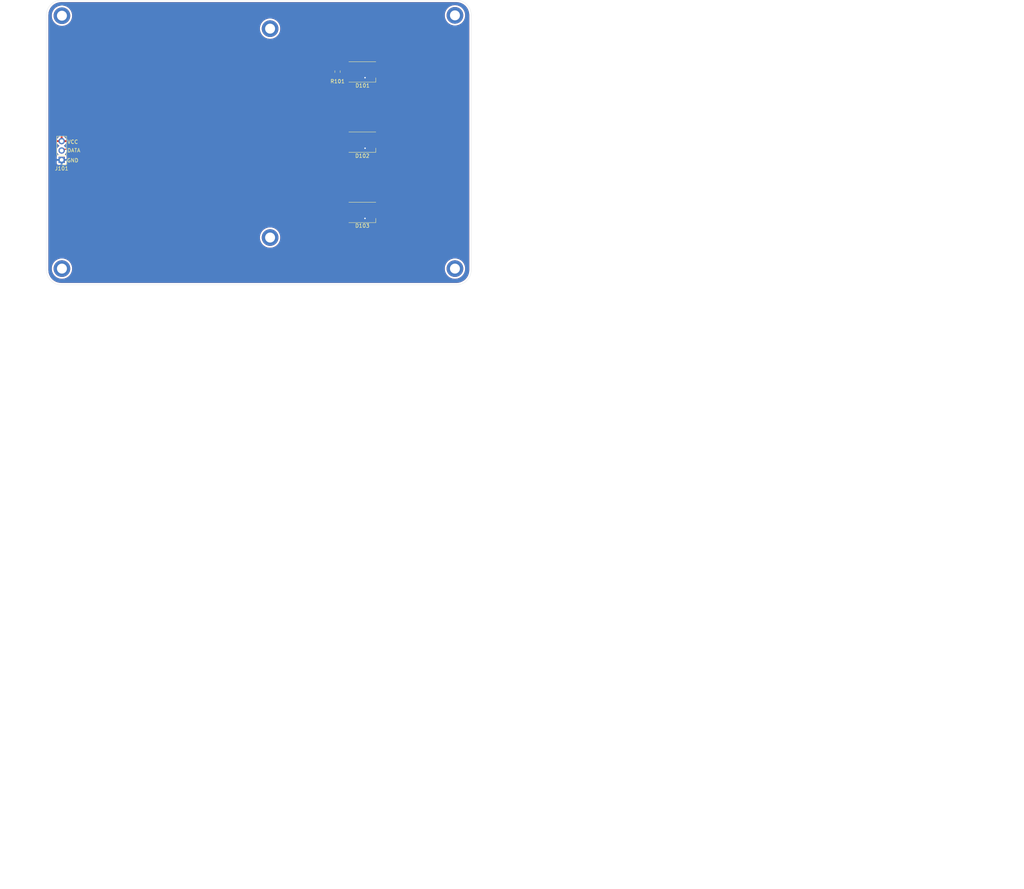
<source format=kicad_pcb>
(kicad_pcb (version 20171130) (host pcbnew "(5.1.4)-1")

  (general
    (thickness 1.6)
    (drawings 13)
    (tracks 26)
    (zones 0)
    (modules 19)
    (nets 8)
  )

  (page A4)
  (layers
    (0 F.Cu signal)
    (31 B.Cu signal)
    (32 B.Adhes user hide)
    (33 F.Adhes user hide)
    (34 B.Paste user hide)
    (35 F.Paste user hide)
    (36 B.SilkS user)
    (37 F.SilkS user)
    (38 B.Mask user)
    (39 F.Mask user)
    (40 Dwgs.User user hide)
    (41 Cmts.User user hide)
    (42 Eco1.User user hide)
    (43 Eco2.User user)
    (44 Edge.Cuts user)
    (45 Margin user hide)
    (46 B.CrtYd user hide)
    (47 F.CrtYd user)
    (48 B.Fab user hide)
    (49 F.Fab user)
  )

  (setup
    (last_trace_width 0.25)
    (trace_clearance 0.2)
    (zone_clearance 0.508)
    (zone_45_only no)
    (trace_min 0.2)
    (via_size 0.8)
    (via_drill 0.4)
    (via_min_size 0.4)
    (via_min_drill 0.3)
    (uvia_size 0.3)
    (uvia_drill 0.1)
    (uvias_allowed no)
    (uvia_min_size 0.2)
    (uvia_min_drill 0.1)
    (edge_width 0.05)
    (segment_width 0.2)
    (pcb_text_width 0.3)
    (pcb_text_size 1.5 1.5)
    (mod_edge_width 0.12)
    (mod_text_size 1 1)
    (mod_text_width 0.15)
    (pad_size 4.5 4.5)
    (pad_drill 2.7)
    (pad_to_mask_clearance 0.051)
    (solder_mask_min_width 0.25)
    (aux_axis_origin 0 77)
    (grid_origin 0 77)
    (visible_elements 7EFDFF7F)
    (pcbplotparams
      (layerselection 0x294fc_ffffffff)
      (usegerberextensions true)
      (usegerberattributes false)
      (usegerberadvancedattributes false)
      (creategerberjobfile false)
      (excludeedgelayer true)
      (linewidth 0.100000)
      (plotframeref false)
      (viasonmask false)
      (mode 1)
      (useauxorigin false)
      (hpglpennumber 1)
      (hpglpenspeed 20)
      (hpglpendiameter 15.000000)
      (psnegative false)
      (psa4output false)
      (plotreference true)
      (plotvalue true)
      (plotinvisibletext false)
      (padsonsilk false)
      (subtractmaskfromsilk true)
      (outputformat 1)
      (mirror false)
      (drillshape 0)
      (scaleselection 1)
      (outputdirectory "Gerbers_v4/"))
  )

  (net 0 "")
  (net 1 VCC)
  (net 2 GND)
  (net 3 /LED_DATA)
  (net 4 "Net-(D101-Pad2)")
  (net 5 "Net-(D101-Pad4)")
  (net 6 "Net-(D102-Pad2)")
  (net 7 "Net-(D103-Pad2)")

  (net_class Default "This is the default net class."
    (clearance 0.2)
    (trace_width 0.25)
    (via_dia 0.8)
    (via_drill 0.4)
    (uvia_dia 0.3)
    (uvia_drill 0.1)
    (add_net /LED_DATA)
    (add_net GND)
    (add_net "Net-(D101-Pad2)")
    (add_net "Net-(D101-Pad4)")
    (add_net "Net-(D102-Pad2)")
    (add_net "Net-(D103-Pad2)")
    (add_net VCC)
  )

  (module Icons_Designs:SPIN_by_DMQ (layer B.Cu) (tedit 0) (tstamp 5E86F462)
    (at 87.2 11.1 180)
    (fp_text reference G*** (at 0 0) (layer B.SilkS) hide
      (effects (font (size 1.524 1.524) (thickness 0.3)) (justify mirror))
    )
    (fp_text value LOGO (at 0.75 0) (layer B.SilkS) hide
      (effects (font (size 1.524 1.524) (thickness 0.3)) (justify mirror))
    )
    (fp_poly (pts (xy 11.556383 8.678334) (xy 14.731692 4.254826) (xy 17.907 -0.168681) (xy 17.95083 8.720667)
      (xy 20.912667 8.720667) (xy 20.912667 -5.249333) (xy 17.978767 -5.249333) (xy 11.641667 3.679297)
      (xy 11.619751 -0.785018) (xy 11.597836 -5.249333) (xy 8.551333 -5.249333) (xy 8.551333 8.724574)
      (xy 11.556383 8.678334)) (layer Eco2.User) (width 0.01))
    (fp_poly (pts (xy 5.926667 -5.249333) (xy 2.878667 -5.249333) (xy 2.878667 8.720667) (xy 5.926667 8.720667)
      (xy 5.926667 -5.249333)) (layer Eco2.User) (width 0.01))
    (fp_poly (pts (xy -5.566833 8.701217) (xy -4.771946 8.692471) (xy -4.126966 8.683664) (xy -3.612473 8.673581)
      (xy -3.209045 8.661011) (xy -2.89726 8.644738) (xy -2.657698 8.623549) (xy -2.470935 8.596231)
      (xy -2.317552 8.561569) (xy -2.178127 8.518349) (xy -2.081168 8.483374) (xy -1.32012 8.116975)
      (xy -0.676889 7.636322) (xy -0.158203 7.05496) (xy 0.229213 6.386432) (xy 0.478634 5.644283)
      (xy 0.583333 4.842057) (xy 0.536584 3.993297) (xy 0.425183 3.436234) (xy 0.164053 2.657973)
      (xy -0.197888 1.995271) (xy -0.673189 1.435397) (xy -1.2744 0.965619) (xy -2.014071 0.573205)
      (xy -2.633217 0.333534) (xy -2.938281 0.245624) (xy -3.282079 0.182494) (xy -3.706186 0.138572)
      (xy -4.252174 0.108286) (xy -4.339167 0.104875) (xy -5.503333 0.060983) (xy -5.503333 -5.249333)
      (xy -8.551333 -5.249333) (xy -8.551333 2.624667) (xy -5.503333 2.624667) (xy -4.846608 2.624667)
      (xy -4.48547 2.635431) (xy -4.152159 2.66376) (xy -3.914817 2.703707) (xy -3.902716 2.707025)
      (xy -3.430225 2.918877) (xy -3.050385 3.239377) (xy -2.773276 3.639436) (xy -2.608976 4.089965)
      (xy -2.567565 4.561876) (xy -2.65912 5.026079) (xy -2.893723 5.453487) (xy -2.933877 5.503197)
      (xy -3.220065 5.779691) (xy -3.558206 5.971968) (xy -3.982989 6.093179) (xy -4.529102 6.156475)
      (xy -4.677833 6.164325) (xy -5.503333 6.200362) (xy -5.503333 2.624667) (xy -8.551333 2.624667)
      (xy -8.551333 8.73228) (xy -5.566833 8.701217)) (layer Eco2.User) (width 0.01))
    (fp_poly (pts (xy -14.527403 8.955461) (xy -13.679739 8.829538) (xy -12.854909 8.577037) (xy -12.107333 8.213894)
      (xy -11.805184 8.022937) (xy -11.536208 7.830108) (xy -11.357318 7.676284) (xy -11.354026 7.672794)
      (xy -11.151052 7.45553) (xy -11.626304 6.923932) (xy -11.927423 6.587922) (xy -12.259831 6.218223)
      (xy -12.551288 5.89518) (xy -13.001019 5.398027) (xy -13.536663 5.744231) (xy -14.17438 6.109026)
      (xy -14.73139 6.326048) (xy -15.209666 6.395298) (xy -15.611182 6.316781) (xy -15.93791 6.090497)
      (xy -16.176211 5.747774) (xy -16.33096 5.287372) (xy -16.320061 4.84564) (xy -16.146714 4.428459)
      (xy -15.814121 4.041712) (xy -15.325482 3.691281) (xy -14.951741 3.497674) (xy -14.197905 3.145258)
      (xy -13.581728 2.844996) (xy -13.083776 2.585825) (xy -12.684618 2.356681) (xy -12.364822 2.1465)
      (xy -12.104956 1.944216) (xy -11.915161 1.768708) (xy -11.400974 1.143263) (xy -11.036122 0.457238)
      (xy -10.820211 -0.270861) (xy -10.752844 -1.022531) (xy -10.833625 -1.779266) (xy -11.062161 -2.522562)
      (xy -11.438054 -3.233914) (xy -11.960909 -3.894816) (xy -12.03792 -3.974313) (xy -12.75594 -4.587402)
      (xy -13.546862 -5.048989) (xy -14.054667 -5.253499) (xy -14.550912 -5.378739) (xy -15.131778 -5.455825)
      (xy -15.736154 -5.482058) (xy -16.302926 -5.454738) (xy -16.764 -5.373127) (xy -17.460467 -5.12538)
      (xy -18.171451 -4.776446) (xy -18.843451 -4.357585) (xy -19.422967 -3.900056) (xy -19.632315 -3.697218)
      (xy -19.918296 -3.398622) (xy -19.716982 -3.147343) (xy -19.586953 -2.989418) (xy -19.374161 -2.73578)
      (xy -19.106204 -2.419145) (xy -18.810684 -2.072225) (xy -18.756378 -2.008721) (xy -17.997088 -1.121376)
      (xy -17.457421 -1.579209) (xy -16.830707 -2.048369) (xy -16.248992 -2.354297) (xy -15.712238 -2.496995)
      (xy -15.220408 -2.476466) (xy -14.773466 -2.292711) (xy -14.371375 -1.945734) (xy -14.246384 -1.792584)
      (xy -14.073368 -1.5316) (xy -13.991557 -1.293952) (xy -13.970048 -0.987129) (xy -13.97 -0.965193)
      (xy -13.980603 -0.694983) (xy -14.031576 -0.501385) (xy -14.15167 -0.316099) (xy -14.327141 -0.116764)
      (xy -14.637064 0.155036) (xy -15.061242 0.438982) (xy -15.549608 0.706327) (xy -16.052096 0.928325)
      (xy -16.298333 1.015031) (xy -16.7617 1.187242) (xy -17.247958 1.410882) (xy -17.709985 1.660619)
      (xy -18.100657 1.911117) (xy -18.358807 2.122729) (xy -18.812129 2.691022) (xy -19.137061 3.34332)
      (xy -19.334091 4.053789) (xy -19.403704 4.796594) (xy -19.346387 5.5459) (xy -19.162626 6.275872)
      (xy -18.852907 6.960675) (xy -18.417716 7.574475) (xy -18.252875 7.750836) (xy -17.657624 8.230188)
      (xy -16.963012 8.592168) (xy -16.193479 8.834934) (xy -15.373462 8.956646) (xy -14.527403 8.955461)) (layer Eco2.User) (width 0.01))
    (fp_poly (pts (xy 3.151073 -6.130361) (xy 3.318731 -6.261843) (xy 3.335253 -6.2865) (xy 3.382655 -6.470095)
      (xy 3.335253 -6.582833) (xy 3.170557 -6.728086) (xy 2.976996 -6.74875) (xy 2.816963 -6.641777)
      (xy 2.79675 -6.609137) (xy 2.74842 -6.392339) (xy 2.821185 -6.22241) (xy 2.970314 -6.126151)
      (xy 3.151073 -6.130361)) (layer Eco2.User) (width 0.01))
    (fp_poly (pts (xy 7.440189 -7.080496) (xy 7.616702 -7.212631) (xy 7.702451 -7.329488) (xy 7.754612 -7.482256)
      (xy 7.780935 -7.712754) (xy 7.789173 -8.062799) (xy 7.789333 -8.143964) (xy 7.789333 -8.89)
      (xy 7.281333 -8.89) (xy 7.281333 -8.313515) (xy 7.255416 -7.886507) (xy 7.179877 -7.603483)
      (xy 7.058034 -7.471225) (xy 6.893209 -7.496515) (xy 6.884125 -7.501898) (xy 6.800875 -7.587603)
      (xy 6.748451 -7.745353) (xy 6.717903 -8.012435) (xy 6.706272 -8.242731) (xy 6.681544 -8.89)
      (xy 6.096 -8.89) (xy 6.096 -7.112) (xy 6.392333 -7.112) (xy 6.588182 -7.134466)
      (xy 6.6861 -7.18971) (xy 6.688667 -7.201467) (xy 6.745717 -7.22622) (xy 6.876839 -7.159134)
      (xy 7.166125 -7.038637) (xy 7.440189 -7.080496)) (layer Eco2.User) (width 0.01))
    (fp_poly (pts (xy 3.386667 -8.89) (xy 2.794 -8.89) (xy 2.794 -7.112) (xy 3.386667 -7.112)
      (xy 3.386667 -8.89)) (layer Eco2.User) (width 0.01))
    (fp_poly (pts (xy -2.575538 -6.21145) (xy -2.206289 -6.316869) (xy -1.908368 -6.516527) (xy -1.660196 -6.798818)
      (xy -1.529269 -7.091854) (xy -1.476444 -7.466101) (xy -1.501721 -7.852522) (xy -1.605099 -8.182084)
      (xy -1.660196 -8.271848) (xy -1.93175 -8.575025) (xy -2.233956 -8.76601) (xy -2.611221 -8.864403)
      (xy -3.060521 -8.89) (xy -3.725333 -8.89) (xy -3.725333 -8.319629) (xy -3.132667 -8.319629)
      (xy -2.773699 -8.271481) (xy -2.456897 -8.180773) (xy -2.265699 -8.039287) (xy -2.16227 -7.823847)
      (xy -2.116836 -7.551286) (xy -2.116667 -7.535333) (xy -2.179458 -7.184228) (xy -2.369465 -6.944462)
      (xy -2.689142 -6.813288) (xy -2.773699 -6.799185) (xy -3.132667 -6.751037) (xy -3.132667 -8.319629)
      (xy -3.725333 -8.319629) (xy -3.725333 -6.180666) (xy -3.060521 -6.180666) (xy -2.575538 -6.21145)) (layer Eco2.User) (width 0.01))
    (fp_poly (pts (xy -10.176387 -6.963833) (xy -9.932346 -7.747) (xy -9.68634 -6.965107) (xy -9.440333 -6.183214)
      (xy -9.0805 -6.18194) (xy -8.860701 -6.19521) (xy -8.733395 -6.230089) (xy -8.720667 -6.247683)
      (xy -8.710262 -6.362111) (xy -8.682337 -6.605516) (xy -8.641822 -6.939036) (xy -8.593648 -7.323809)
      (xy -8.542748 -7.720975) (xy -8.494052 -8.091671) (xy -8.452491 -8.397036) (xy -8.422999 -8.598208)
      (xy -8.420283 -8.614833) (xy -8.401123 -8.800263) (xy -8.458849 -8.875402) (xy -8.637432 -8.889962)
      (xy -8.663676 -8.89) (xy -8.791076 -8.885443) (xy -8.882805 -8.85467) (xy -8.948326 -8.772023)
      (xy -8.997099 -8.611848) (xy -9.038587 -8.348487) (xy -9.082251 -7.956285) (xy -9.110383 -7.678745)
      (xy -9.146706 -7.403697) (xy -9.187816 -7.221377) (xy -9.225244 -7.168465) (xy -9.227675 -7.170745)
      (xy -9.275343 -7.276571) (xy -9.356334 -7.507166) (xy -9.457745 -7.8244) (xy -9.53012 -8.0645)
      (xy -9.669968 -8.50464) (xy -9.789407 -8.78312) (xy -9.898368 -8.899191) (xy -10.006786 -8.852105)
      (xy -10.124593 -8.641114) (xy -10.261722 -8.265471) (xy -10.344465 -8.003173) (xy -10.456502 -7.650085)
      (xy -10.552844 -7.370435) (xy -10.622244 -7.19538) (xy -10.651747 -7.152191) (xy -10.676095 -7.246334)
      (xy -10.712697 -7.470851) (xy -10.755766 -7.787748) (xy -10.783629 -8.01785) (xy -10.879667 -8.847666)
      (xy -11.154833 -8.874197) (xy -11.348943 -8.873165) (xy -11.423941 -8.804977) (xy -11.430431 -8.747197)
      (xy -11.421093 -8.61058) (xy -11.395158 -8.340799) (xy -11.356233 -7.972812) (xy -11.307928 -7.54158)
      (xy -11.290055 -7.387166) (xy -11.149248 -6.180666) (xy -10.420427 -6.180666) (xy -10.176387 -6.963833)) (layer Eco2.User) (width 0.01))
    (fp_poly (pts (xy -12.904871 -6.21145) (xy -12.535623 -6.316869) (xy -12.237702 -6.516527) (xy -11.98953 -6.798818)
      (xy -11.858603 -7.091854) (xy -11.805778 -7.466101) (xy -11.831054 -7.852522) (xy -11.934433 -8.182084)
      (xy -11.98953 -8.271848) (xy -12.261083 -8.575025) (xy -12.563289 -8.76601) (xy -12.940554 -8.864403)
      (xy -13.389854 -8.89) (xy -14.054667 -8.89) (xy -14.054667 -8.319629) (xy -13.462 -8.319629)
      (xy -13.103032 -8.271481) (xy -12.78623 -8.180773) (xy -12.595032 -8.039287) (xy -12.491603 -7.823847)
      (xy -12.44617 -7.551286) (xy -12.446 -7.535333) (xy -12.508791 -7.184228) (xy -12.698799 -6.944462)
      (xy -13.018475 -6.813288) (xy -13.103032 -6.799185) (xy -13.462 -6.751037) (xy -13.462 -8.319629)
      (xy -14.054667 -8.319629) (xy -14.054667 -6.180666) (xy -13.389854 -6.180666) (xy -12.904871 -6.21145)) (layer Eco2.User) (width 0.01))
    (fp_poly (pts (xy -18.649854 -6.205801) (xy -18.338111 -6.288929) (xy -18.132959 -6.441633) (xy -18.026936 -6.621053)
      (xy -17.968762 -6.833073) (xy -18.006165 -7.033425) (xy -18.055008 -7.14537) (xy -18.134632 -7.333836)
      (xy -18.130445 -7.435483) (xy -18.039203 -7.512429) (xy -18.035729 -7.514604) (xy -17.862978 -7.712535)
      (xy -17.774374 -8.003711) (xy -17.787654 -8.325609) (xy -17.795978 -8.359768) (xy -17.913818 -8.60059)
      (xy -18.130216 -8.763251) (xy -18.465432 -8.856646) (xy -18.939723 -8.88967) (xy -19.003462 -8.89)
      (xy -19.642667 -8.89) (xy -19.642667 -8.085666) (xy -19.05 -8.085666) (xy -19.039317 -8.323111)
      (xy -18.993921 -8.435472) (xy -18.893793 -8.46636) (xy -18.875101 -8.466666) (xy -18.652015 -8.426117)
      (xy -18.536434 -8.379021) (xy -18.387552 -8.230309) (xy -18.371063 -8.048409) (xy -18.466765 -7.873545)
      (xy -18.654458 -7.74594) (xy -18.875101 -7.704666) (xy -18.9841 -7.727938) (xy -19.03568 -7.826828)
      (xy -19.04986 -8.044946) (xy -19.05 -8.085666) (xy -19.642667 -8.085666) (xy -19.642667 -6.942666)
      (xy -19.05 -6.942666) (xy -19.015757 -7.190662) (xy -18.916529 -7.28456) (xy -18.757564 -7.221481)
      (xy -18.675048 -7.148285) (xy -18.565423 -7.02197) (xy -18.559606 -6.913941) (xy -18.629646 -6.767767)
      (xy -18.769985 -6.634984) (xy -18.883646 -6.604) (xy -18.992696 -6.633461) (xy -19.040838 -6.751133)
      (xy -19.05 -6.942666) (xy -19.642667 -6.942666) (xy -19.642667 -6.180666) (xy -19.096317 -6.180666)
      (xy -18.649854 -6.205801)) (layer Eco2.User) (width 0.01))
    (fp_poly (pts (xy 1.865507 -7.057939) (xy 2.080233 -7.132222) (xy 2.239939 -7.223879) (xy 2.286 -7.290716)
      (xy 2.214817 -7.40213) (xy 2.051231 -7.463633) (xy 1.87019 -7.451164) (xy 1.834596 -7.435644)
      (xy 1.668474 -7.398241) (xy 1.560746 -7.452998) (xy 1.549998 -7.557416) (xy 1.640043 -7.649935)
      (xy 1.81958 -7.762575) (xy 2.043768 -7.90632) (xy 2.063376 -7.919036) (xy 2.284707 -8.130932)
      (xy 2.36397 -8.360889) (xy 2.322857 -8.583887) (xy 2.183061 -8.774909) (xy 1.966278 -8.908937)
      (xy 1.694198 -8.960953) (xy 1.388517 -8.905939) (xy 1.258872 -8.846832) (xy 1.045557 -8.689682)
      (xy 0.994102 -8.54332) (xy 1.106561 -8.416869) (xy 1.156322 -8.391335) (xy 1.326622 -8.341282)
      (xy 1.453307 -8.406553) (xy 1.524612 -8.486631) (xy 1.655571 -8.611415) (xy 1.756218 -8.601086)
      (xy 1.785335 -8.576088) (xy 1.845792 -8.461865) (xy 1.780978 -8.343254) (xy 1.642531 -8.233993)
      (xy 1.567384 -8.212666) (xy 1.364754 -8.141125) (xy 1.170779 -7.965999) (xy 1.040581 -7.746539)
      (xy 1.016 -7.62) (xy 1.091445 -7.377039) (xy 1.282211 -7.168392) (xy 1.534941 -7.043281)
      (xy 1.658434 -7.027333) (xy 1.865507 -7.057939)) (layer Eco2.User) (width 0.01))
    (fp_poly (pts (xy 0.086253 -7.102886) (xy 0.359096 -7.311237) (xy 0.560632 -7.631233) (xy 0.630624 -7.854075)
      (xy 0.690788 -8.128) (xy 0.04906 -8.128) (xy -0.328201 -8.143694) (xy -0.545167 -8.193682)
      (xy -0.608207 -8.282319) (xy -0.523692 -8.413961) (xy -0.456872 -8.473965) (xy -0.335698 -8.538472)
      (xy -0.191822 -8.506988) (xy -0.073941 -8.444829) (xy 0.15188 -8.352923) (xy 0.361002 -8.375794)
      (xy 0.404097 -8.391167) (xy 0.635 -8.479343) (xy 0.358497 -8.727004) (xy 0.02002 -8.932419)
      (xy -0.339268 -8.977449) (xy -0.690931 -8.86136) (xy -0.837292 -8.757896) (xy -1.078654 -8.455433)
      (xy -1.176743 -8.09936) (xy -1.131273 -7.726783) (xy -1.108031 -7.683572) (xy -0.583877 -7.683572)
      (xy -0.531779 -7.759198) (xy -0.325534 -7.788269) (xy -0.251021 -7.789333) (xy -0.03796 -7.78179)
      (xy 0.039985 -7.743846) (xy 0.016867 -7.65253) (xy 0 -7.62) (xy -0.156568 -7.475744)
      (xy -0.357808 -7.46924) (xy -0.491067 -7.552266) (xy -0.583877 -7.683572) (xy -1.108031 -7.683572)
      (xy -0.941954 -7.37481) (xy -0.848844 -7.270484) (xy -0.548844 -7.070231) (xy -0.22677 -7.018457)
      (xy 0.086253 -7.102886)) (layer Eco2.User) (width 0.01))
    (fp_poly (pts (xy -6.217371 -6.191112) (xy -5.83196 -6.38961) (xy -5.528862 -6.693343) (xy -5.491837 -6.749534)
      (xy -5.336716 -7.142888) (xy -5.294305 -7.594083) (xy -5.364727 -8.035928) (xy -5.48897 -8.316425)
      (xy -5.600537 -8.507417) (xy -5.62464 -8.616953) (xy -5.563456 -8.70724) (xy -5.504557 -8.761892)
      (xy -5.388653 -8.912306) (xy -5.428632 -9.036713) (xy -5.578957 -9.13916) (xy -5.74602 -9.164493)
      (xy -5.87019 -9.079524) (xy -6.014584 -8.995097) (xy -6.259013 -8.949454) (xy -6.597329 -8.935742)
      (xy -6.96232 -8.919603) (xy -7.213561 -8.868557) (xy -7.405023 -8.77099) (xy -7.423213 -8.758043)
      (xy -7.668425 -8.502377) (xy -7.877035 -8.15006) (xy -8.012181 -7.773773) (xy -8.043333 -7.535333)
      (xy -7.361425 -7.535333) (xy -7.303891 -7.928018) (xy -7.129475 -8.198256) (xy -6.838356 -8.345847)
      (xy -6.612045 -8.375315) (xy -6.471528 -8.369216) (xy -6.478455 -8.30906) (xy -6.548545 -8.227166)
      (xy -6.668128 -8.068365) (xy -6.653037 -7.964875) (xy -6.51229 -7.87023) (xy -6.340224 -7.823154)
      (xy -6.184085 -7.91324) (xy -6.065821 -8.0044) (xy -6.006313 -7.974562) (xy -5.979461 -7.913063)
      (xy -5.917872 -7.539572) (xy -6.004257 -7.179738) (xy -6.174154 -6.936153) (xy -6.448732 -6.73707)
      (xy -6.725676 -6.700757) (xy -6.9694 -6.787163) (xy -7.205653 -6.964615) (xy -7.328127 -7.207213)
      (xy -7.361425 -7.535333) (xy -8.043333 -7.535333) (xy -7.983883 -7.194774) (xy -7.829491 -6.82515)
      (xy -7.616098 -6.498242) (xy -7.435807 -6.321967) (xy -7.062462 -6.147796) (xy -6.641927 -6.107342)
      (xy -6.217371 -6.191112)) (layer Eco2.User) (width 0.01))
    (fp_poly (pts (xy 4.726106 -7.076872) (xy 4.891828 -7.159134) (xy 5.027934 -7.227342) (xy 5.08 -7.201467)
      (xy 5.153551 -7.138657) (xy 5.330774 -7.112007) (xy 5.334 -7.112) (xy 5.588 -7.112)
      (xy 5.588 -8.121075) (xy 5.583749 -8.528503) (xy 5.572189 -8.881803) (xy 5.555113 -9.14193)
      (xy 5.535406 -9.267206) (xy 5.387476 -9.439956) (xy 5.117718 -9.572024) (xy 4.772275 -9.64418)
      (xy 4.612025 -9.652) (xy 4.333844 -9.629982) (xy 4.132326 -9.539009) (xy 3.951654 -9.376833)
      (xy 3.683 -9.101666) (xy 4.008805 -9.074893) (xy 4.332914 -9.101653) (xy 4.489571 -9.188358)
      (xy 4.69554 -9.283065) (xy 4.894728 -9.233159) (xy 5.032333 -9.05641) (xy 5.047638 -9.007414)
      (xy 5.066473 -8.809817) (xy 5.009817 -8.728633) (xy 4.894588 -8.787561) (xy 4.892322 -8.789811)
      (xy 4.702696 -8.875423) (xy 4.43964 -8.875888) (xy 4.17427 -8.794262) (xy 4.107632 -8.756065)
      (xy 3.909899 -8.538699) (xy 3.781223 -8.225561) (xy 3.753066 -7.958666) (xy 4.318 -7.958666)
      (xy 4.382167 -8.153565) (xy 4.533035 -8.317722) (xy 4.699 -8.382) (xy 4.847748 -8.326484)
      (xy 4.946952 -8.248952) (xy 5.056145 -8.072085) (xy 5.08 -7.958666) (xy 5.015833 -7.763767)
      (xy 4.864964 -7.59961) (xy 4.699 -7.535333) (xy 4.523591 -7.60663) (xy 4.375849 -7.774261)
      (xy 4.318 -7.958666) (xy 3.753066 -7.958666) (xy 3.745187 -7.883993) (xy 3.760103 -7.76365)
      (xy 3.874419 -7.48223) (xy 4.073292 -7.235172) (xy 4.310342 -7.069629) (xy 4.484335 -7.027333)
      (xy 4.726106 -7.076872)) (layer Eco2.User) (width 0.01))
    (fp_poly (pts (xy -17.142641 -7.124361) (xy -17.023233 -7.185575) (xy -16.915045 -7.331835) (xy -16.787776 -7.577666)
      (xy -16.661103 -7.821736) (xy -16.560548 -7.989791) (xy -16.513529 -8.041888) (xy -16.45839 -7.969947)
      (xy -16.361764 -7.784632) (xy -16.266705 -7.576221) (xy -16.145999 -7.315993) (xy -16.046494 -7.176786)
      (xy -15.929404 -7.12127) (xy -15.784388 -7.112) (xy -15.503033 -7.112) (xy -16.04885 -8.35316)
      (xy -16.233442 -8.77462) (xy -16.391343 -9.138398) (xy -16.511076 -9.417788) (xy -16.581164 -9.586087)
      (xy -16.594667 -9.62316) (xy -16.669191 -9.642278) (xy -16.85227 -9.651771) (xy -16.88935 -9.652)
      (xy -17.184032 -9.652) (xy -16.789188 -8.763) (xy -17.200699 -7.9375) (xy -17.612211 -7.112)
      (xy -17.314186 -7.112) (xy -17.142641 -7.124361)) (layer Eco2.User) (width 0.01))
  )

  (module Icons_Designs:website (layer B.Cu) (tedit 0) (tstamp 5E86F2C4)
    (at 91.8 72.7 180)
    (fp_text reference G*** (at 0 0) (layer B.SilkS) hide
      (effects (font (size 1.524 1.524) (thickness 0.3)) (justify mirror))
    )
    (fp_text value LOGO (at 0.75 0) (layer B.SilkS) hide
      (effects (font (size 1.524 1.524) (thickness 0.3)) (justify mirror))
    )
    (fp_poly (pts (xy 1.119073 1.489638) (xy 1.286731 1.358157) (xy 1.303253 1.3335) (xy 1.350655 1.149905)
      (xy 1.303253 1.037167) (xy 1.138557 0.891914) (xy 0.944996 0.87125) (xy 0.784963 0.978223)
      (xy 0.76475 1.010862) (xy 0.71642 1.22766) (xy 0.789185 1.397589) (xy 0.938314 1.493849)
      (xy 1.119073 1.489638)) (layer Eco2.User) (width 0.01))
    (fp_poly (pts (xy 12.755467 0.552838) (xy 12.926883 0.428506) (xy 13.032374 0.320836) (xy 13.122264 0.319014)
      (xy 13.269188 0.42304) (xy 13.276139 0.428506) (xy 13.57046 0.575668) (xy 13.848886 0.563894)
      (xy 14.080319 0.402128) (xy 14.215094 0.158486) (xy 14.263923 -0.067397) (xy 14.297779 -0.38802)
      (xy 14.308667 -0.689967) (xy 14.308667 -1.27) (xy 13.716 -1.27) (xy 13.716 -0.651933)
      (xy 13.69234 -0.220275) (xy 13.621797 0.051416) (xy 13.505027 0.162156) (xy 13.342684 0.110966)
      (xy 13.256381 0.036286) (xy 13.175163 -0.113025) (xy 13.13286 -0.3758) (xy 13.123333 -0.683381)
      (xy 13.123333 -1.27) (xy 12.615333 -1.27) (xy 12.615333 -0.693515) (xy 12.589416 -0.266507)
      (xy 12.513877 0.016517) (xy 12.392034 0.148775) (xy 12.227209 0.123485) (xy 12.218125 0.118102)
      (xy 12.134875 0.032397) (xy 12.082451 -0.125354) (xy 12.051903 -0.392436) (xy 12.040272 -0.622732)
      (xy 12.015544 -1.27) (xy 11.43 -1.27) (xy 11.43 0.508) (xy 11.726333 0.508)
      (xy 11.922182 0.485534) (xy 12.0201 0.430289) (xy 12.022667 0.418533) (xy 12.079717 0.393779)
      (xy 12.210839 0.460866) (xy 12.490992 0.579386) (xy 12.755467 0.552838)) (layer Eco2.User) (width 0.01))
    (fp_poly (pts (xy 6.69341 -0.690459) (xy 6.84438 -0.746727) (xy 6.897426 -0.892148) (xy 6.900333 -0.973667)
      (xy 6.874206 -1.159742) (xy 6.764691 -1.238122) (xy 6.673194 -1.253907) (xy 6.455553 -1.221813)
      (xy 6.358975 -1.117437) (xy 6.326607 -0.915746) (xy 6.426384 -0.756366) (xy 6.621193 -0.68668)
      (xy 6.69341 -0.690459)) (layer Eco2.User) (width 0.01))
    (fp_poly (pts (xy 5.408189 0.539504) (xy 5.584702 0.407369) (xy 5.670451 0.290511) (xy 5.722612 0.137743)
      (xy 5.748935 -0.092754) (xy 5.757173 -0.442799) (xy 5.757333 -0.523965) (xy 5.757333 -1.27)
      (xy 5.249333 -1.27) (xy 5.249333 -0.693515) (xy 5.223416 -0.266507) (xy 5.147877 0.016517)
      (xy 5.026034 0.148775) (xy 4.861209 0.123485) (xy 4.852125 0.118102) (xy 4.768875 0.032397)
      (xy 4.716451 -0.125354) (xy 4.685903 -0.392436) (xy 4.674272 -0.622732) (xy 4.649544 -1.27)
      (xy 4.064 -1.27) (xy 4.064 0.508) (xy 4.360333 0.508) (xy 4.556182 0.485534)
      (xy 4.6541 0.430289) (xy 4.656667 0.418533) (xy 4.713717 0.393779) (xy 4.844839 0.460866)
      (xy 5.134125 0.581363) (xy 5.408189 0.539504)) (layer Eco2.User) (width 0.01))
    (fp_poly (pts (xy 1.354667 -1.27) (xy 0.762 -1.27) (xy 0.762 0.508) (xy 1.354667 0.508)
      (xy 1.354667 -1.27)) (layer Eco2.User) (width 0.01))
    (fp_poly (pts (xy -4.607538 1.40855) (xy -4.238289 1.303131) (xy -3.940368 1.103473) (xy -3.692196 0.821182)
      (xy -3.561269 0.528146) (xy -3.508444 0.153899) (xy -3.533721 -0.232523) (xy -3.637099 -0.562085)
      (xy -3.692196 -0.651848) (xy -3.96375 -0.955026) (xy -4.265956 -1.14601) (xy -4.643221 -1.244403)
      (xy -5.092521 -1.27) (xy -5.757333 -1.27) (xy -5.757333 -0.699629) (xy -5.164667 -0.699629)
      (xy -4.805699 -0.651481) (xy -4.488897 -0.560773) (xy -4.297699 -0.419287) (xy -4.19427 -0.203848)
      (xy -4.148836 0.068714) (xy -4.148667 0.084667) (xy -4.211458 0.435772) (xy -4.401465 0.675538)
      (xy -4.721142 0.806711) (xy -4.805699 0.820815) (xy -5.164667 0.868963) (xy -5.164667 -0.699629)
      (xy -5.757333 -0.699629) (xy -5.757333 1.439333) (xy -5.092521 1.439334) (xy -4.607538 1.40855)) (layer Eco2.User) (width 0.01))
    (fp_poly (pts (xy -11.10772 0.656167) (xy -10.86368 -0.127) (xy -10.617673 0.654893) (xy -10.371667 1.436786)
      (xy -10.011833 1.43806) (xy -9.792034 1.424789) (xy -9.664728 1.389911) (xy -9.652 1.372317)
      (xy -9.641596 1.257889) (xy -9.61367 1.014484) (xy -9.573155 0.680964) (xy -9.524981 0.29619)
      (xy -9.474081 -0.100975) (xy -9.425385 -0.471671) (xy -9.383825 -0.777036) (xy -9.354332 -0.978208)
      (xy -9.351616 -0.994833) (xy -9.332456 -1.180263) (xy -9.390183 -1.255403) (xy -9.568765 -1.269962)
      (xy -9.595009 -1.27) (xy -9.722409 -1.265443) (xy -9.814139 -1.23467) (xy -9.879659 -1.152024)
      (xy -9.928432 -0.991848) (xy -9.96992 -0.728487) (xy -10.013585 -0.336285) (xy -10.041716 -0.058746)
      (xy -10.078039 0.216302) (xy -10.119149 0.398623) (xy -10.156578 0.451535) (xy -10.159008 0.449254)
      (xy -10.206677 0.343429) (xy -10.287668 0.112833) (xy -10.389078 -0.2044) (xy -10.461453 -0.4445)
      (xy -10.601301 -0.88464) (xy -10.72074 -1.16312) (xy -10.829702 -1.279191) (xy -10.93812 -1.232105)
      (xy -11.055926 -1.021115) (xy -11.193055 -0.645472) (xy -11.275799 -0.383174) (xy -11.387835 -0.030085)
      (xy -11.484178 0.249565) (xy -11.553577 0.424619) (xy -11.58308 0.467809) (xy -11.607428 0.373666)
      (xy -11.644031 0.149148) (xy -11.687099 -0.167749) (xy -11.714962 -0.39785) (xy -11.811 -1.227667)
      (xy -12.086167 -1.254198) (xy -12.280276 -1.253165) (xy -12.355274 -1.184978) (xy -12.361764 -1.127198)
      (xy -12.352426 -0.99058) (xy -12.326491 -0.720799) (xy -12.287566 -0.352813) (xy -12.239261 0.07842)
      (xy -12.221388 0.232833) (xy -12.080581 1.439333) (xy -11.35176 1.439333) (xy -11.10772 0.656167)) (layer Eco2.User) (width 0.01))
    (fp_poly (pts (xy -13.836205 1.40855) (xy -13.466956 1.303131) (xy -13.169035 1.103473) (xy -12.920863 0.821182)
      (xy -12.789936 0.528146) (xy -12.737111 0.153899) (xy -12.762388 -0.232523) (xy -12.865766 -0.562085)
      (xy -12.920863 -0.651848) (xy -13.192417 -0.955026) (xy -13.494623 -1.14601) (xy -13.871888 -1.244403)
      (xy -14.321188 -1.27) (xy -14.986 -1.27) (xy -14.986 -0.699629) (xy -14.393333 -0.699629)
      (xy -14.034365 -0.651481) (xy -13.717564 -0.560773) (xy -13.526365 -0.419287) (xy -13.409177 -0.159895)
      (xy -13.384548 0.161005) (xy -13.452478 0.463125) (xy -13.526365 0.588621) (xy -13.745207 0.742742)
      (xy -14.034365 0.820815) (xy -14.393333 0.868963) (xy -14.393333 -0.699629) (xy -14.986 -0.699629)
      (xy -14.986 1.439333) (xy -14.321188 1.439334) (xy -13.836205 1.40855)) (layer Eco2.User) (width 0.01))
    (fp_poly (pts (xy 10.228646 0.563685) (xy 10.553524 0.379321) (xy 10.634133 0.3048) (xy 10.818964 0.091784)
      (xy 10.90268 -0.11032) (xy 10.922 -0.381) (xy 10.90161 -0.656891) (xy 10.815968 -0.858258)
      (xy 10.634133 -1.0668) (xy 10.310538 -1.293457) (xy 9.953638 -1.355015) (xy 9.593436 -1.269187)
      (xy 9.330101 -1.081072) (xy 9.164152 -0.796633) (xy 9.097665 -0.459514) (xy 9.106988 -0.367444)
      (xy 9.646536 -0.367444) (xy 9.705389 -0.606436) (xy 9.785047 -0.713619) (xy 9.980707 -0.835126)
      (xy 10.161974 -0.788651) (xy 10.282199 -0.658494) (xy 10.395996 -0.445185) (xy 10.38 -0.265002)
      (xy 10.254613 -0.075924) (xy 10.12017 0.056327) (xy 9.986167 0.064323) (xy 9.873613 0.019937)
      (xy 9.70514 -0.137703) (xy 9.646536 -0.367444) (xy 9.106988 -0.367444) (xy 9.132719 -0.113356)
      (xy 9.271391 0.198199) (xy 9.512562 0.42957) (xy 9.882985 0.580287) (xy 10.228646 0.563685)) (layer Eco2.User) (width 0.01))
    (fp_poly (pts (xy 8.393127 0.577613) (xy 8.591246 0.538326) (xy 8.677779 0.435595) (xy 8.704785 0.276226)
      (xy 8.711535 0.091043) (xy 8.651264 0.030804) (xy 8.479031 0.052563) (xy 8.472162 0.053934)
      (xy 8.196318 0.051209) (xy 8.023941 -0.085162) (xy 7.95909 -0.351738) (xy 7.958667 -0.381)
      (xy 8.013961 -0.658751) (xy 8.177137 -0.806597) (xy 8.444133 -0.821096) (xy 8.472162 -0.815934)
      (xy 8.648175 -0.792497) (xy 8.710969 -0.849857) (xy 8.705484 -1.030959) (xy 8.704785 -1.038226)
      (xy 8.674457 -1.211197) (xy 8.594139 -1.295657) (xy 8.413177 -1.33064) (xy 8.315069 -1.338536)
      (xy 8.07201 -1.338379) (xy 7.892825 -1.273538) (xy 7.700098 -1.112546) (xy 7.658902 -1.071836)
      (xy 7.468118 -0.84989) (xy 7.382673 -0.642219) (xy 7.366 -0.427595) (xy 7.430264 0.00186)
      (xy 7.614457 0.321946) (xy 7.905683 0.52004) (xy 8.291045 0.583522) (xy 8.393127 0.577613)) (layer Eco2.User) (width 0.01))
    (fp_poly (pts (xy -0.166493 0.562061) (xy 0.048233 0.487778) (xy 0.207939 0.39612) (xy 0.254 0.329284)
      (xy 0.182817 0.21787) (xy 0.019231 0.156366) (xy -0.16181 0.168836) (xy -0.197404 0.184356)
      (xy -0.363526 0.221759) (xy -0.471254 0.167001) (xy -0.482002 0.062584) (xy -0.391957 -0.029935)
      (xy -0.21242 -0.142575) (xy 0.011768 -0.28632) (xy 0.031376 -0.299036) (xy 0.252707 -0.510933)
      (xy 0.33197 -0.740889) (xy 0.290857 -0.963888) (xy 0.151061 -1.15491) (xy -0.065722 -1.288938)
      (xy -0.337802 -1.340954) (xy -0.643483 -1.285939) (xy -0.773128 -1.226833) (xy -0.986443 -1.069682)
      (xy -1.037898 -0.92332) (xy -0.925439 -0.796869) (xy -0.875678 -0.771335) (xy -0.705378 -0.721283)
      (xy -0.578693 -0.786553) (xy -0.507388 -0.866631) (xy -0.376429 -0.991415) (xy -0.275782 -0.981087)
      (xy -0.246665 -0.956088) (xy -0.186208 -0.841865) (xy -0.251022 -0.723255) (xy -0.389469 -0.613993)
      (xy -0.464616 -0.592667) (xy -0.667246 -0.521125) (xy -0.861221 -0.346) (xy -0.991419 -0.12654)
      (xy -1.016 0) (xy -0.940555 0.242961) (xy -0.749789 0.451608) (xy -0.497059 0.576719)
      (xy -0.373566 0.592667) (xy -0.166493 0.562061)) (layer Eco2.User) (width 0.01))
    (fp_poly (pts (xy -1.945747 0.517114) (xy -1.672904 0.308763) (xy -1.471368 -0.011234) (xy -1.401376 -0.234075)
      (xy -1.341212 -0.508) (xy -1.98294 -0.508) (xy -2.360201 -0.523694) (xy -2.577167 -0.573682)
      (xy -2.640207 -0.662319) (xy -2.555692 -0.793961) (xy -2.488872 -0.853966) (xy -2.367698 -0.918472)
      (xy -2.223822 -0.886988) (xy -2.105941 -0.824829) (xy -1.88012 -0.732923) (xy -1.670998 -0.755794)
      (xy -1.627903 -0.771168) (xy -1.397 -0.859343) (xy -1.673503 -1.107005) (xy -2.01198 -1.312419)
      (xy -2.371268 -1.357449) (xy -2.722931 -1.24136) (xy -2.869292 -1.137896) (xy -3.110654 -0.835433)
      (xy -3.208743 -0.47936) (xy -3.163273 -0.106784) (xy -3.140031 -0.063572) (xy -2.615877 -0.063572)
      (xy -2.563779 -0.139199) (xy -2.357534 -0.16827) (xy -2.283021 -0.169333) (xy -2.06996 -0.16179)
      (xy -1.992015 -0.123847) (xy -2.015133 -0.03253) (xy -2.032 0) (xy -2.188568 0.144255)
      (xy -2.389808 0.15076) (xy -2.523067 0.067733) (xy -2.615877 -0.063572) (xy -3.140031 -0.063572)
      (xy -2.973954 0.24519) (xy -2.880844 0.349516) (xy -2.580844 0.549769) (xy -2.25877 0.601542)
      (xy -1.945747 0.517114)) (layer Eco2.User) (width 0.01))
    (fp_poly (pts (xy -7.250949 1.470323) (xy -6.82951 1.288561) (xy -6.492973 0.972776) (xy -6.42317 0.870465)
      (xy -6.26805 0.477112) (xy -6.225638 0.025917) (xy -6.29606 -0.415928) (xy -6.420303 -0.696426)
      (xy -6.531871 -0.887417) (xy -6.555974 -0.996953) (xy -6.494789 -1.08724) (xy -6.435891 -1.141892)
      (xy -6.319987 -1.292307) (xy -6.359965 -1.416713) (xy -6.51029 -1.51916) (xy -6.677353 -1.544493)
      (xy -6.801523 -1.459524) (xy -6.945917 -1.375098) (xy -7.190346 -1.329454) (xy -7.528662 -1.315742)
      (xy -7.976539 -1.280931) (xy -8.306261 -1.166456) (xy -8.559648 -0.948174) (xy -8.778518 -0.601945)
      (xy -8.784167 -0.590937) (xy -8.945712 -0.132505) (xy -8.94488 0.084667) (xy -8.292758 0.084667)
      (xy -8.235224 -0.308019) (xy -8.060809 -0.578256) (xy -7.769689 -0.725848) (xy -7.543378 -0.755316)
      (xy -7.402861 -0.749216) (xy -7.409788 -0.68906) (xy -7.479878 -0.607166) (xy -7.599461 -0.448365)
      (xy -7.584371 -0.344875) (xy -7.443624 -0.25023) (xy -7.271557 -0.203154) (xy -7.115418 -0.29324)
      (xy -6.997154 -0.3844) (xy -6.937647 -0.354563) (xy -6.910795 -0.293064) (xy -6.849205 0.080427)
      (xy -6.93559 0.440261) (xy -7.105487 0.683846) (xy -7.380065 0.882929) (xy -7.657009 0.919243)
      (xy -7.900733 0.832837) (xy -8.136986 0.655385) (xy -8.259461 0.412786) (xy -8.292758 0.084667)
      (xy -8.94488 0.084667) (xy -8.944011 0.31114) (xy -8.784167 0.76027) (xy -8.527564 1.14225)
      (xy -8.208487 1.379806) (xy -7.795535 1.494971) (xy -7.725904 1.502827) (xy -7.250949 1.470323)) (layer Eco2.User) (width 0.01))
    (fp_poly (pts (xy 2.694106 0.543127) (xy 2.859828 0.460866) (xy 2.995934 0.392658) (xy 3.048 0.418533)
      (xy 3.121551 0.481343) (xy 3.298774 0.507993) (xy 3.302 0.508) (xy 3.556 0.508)
      (xy 3.556 -0.501075) (xy 3.551749 -0.908503) (xy 3.540189 -1.261803) (xy 3.523113 -1.52193)
      (xy 3.503406 -1.647207) (xy 3.355476 -1.819957) (xy 3.085718 -1.952024) (xy 2.740275 -2.024181)
      (xy 2.580025 -2.032) (xy 2.301844 -2.009982) (xy 2.100326 -1.91901) (xy 1.919654 -1.756833)
      (xy 1.651 -1.481667) (xy 1.976805 -1.454894) (xy 2.300914 -1.481654) (xy 2.457571 -1.568358)
      (xy 2.66354 -1.663065) (xy 2.862728 -1.613159) (xy 3.000333 -1.43641) (xy 3.015638 -1.387414)
      (xy 3.034473 -1.189818) (xy 2.977817 -1.108633) (xy 2.862588 -1.167562) (xy 2.860322 -1.169811)
      (xy 2.670696 -1.255424) (xy 2.40764 -1.255888) (xy 2.14227 -1.174262) (xy 2.075632 -1.136065)
      (xy 1.877899 -0.918699) (xy 1.749223 -0.605561) (xy 1.721066 -0.338667) (xy 2.286 -0.338667)
      (xy 2.350167 -0.533565) (xy 2.501035 -0.697722) (xy 2.667 -0.762) (xy 2.815748 -0.706484)
      (xy 2.914952 -0.628952) (xy 3.024145 -0.452086) (xy 3.048 -0.338667) (xy 2.983833 -0.143768)
      (xy 2.832964 0.020389) (xy 2.667 0.084667) (xy 2.491591 0.01337) (xy 2.343849 -0.154262)
      (xy 2.286 -0.338667) (xy 1.721066 -0.338667) (xy 1.713187 -0.263993) (xy 1.728103 -0.14365)
      (xy 1.842419 0.137769) (xy 2.041292 0.384828) (xy 2.278342 0.550371) (xy 2.452335 0.592667)
      (xy 2.694106 0.543127)) (layer Eco2.User) (width 0.01))
  )

  (module MountingHole:MountingHole_2.7mm_M2.5_ISO7380_Pad (layer F.Cu) (tedit 56D1B4CB) (tstamp 5E85015C)
    (at 60.6 7.8)
    (descr "Mounting Hole 2.7mm, M2.5, ISO7380")
    (tags "mounting hole 2.7mm m2.5 iso7380")
    (attr virtual)
    (fp_text reference REF** (at 0 -3.2) (layer F.SilkS) hide
      (effects (font (size 1 1) (thickness 0.15)))
    )
    (fp_text value MountingHole_2.7mm_M2.5_ISO7380_Pad (at 0 3.2) (layer F.Fab)
      (effects (font (size 1 1) (thickness 0.15)))
    )
    (fp_circle (center 0 0) (end 2.5 0) (layer F.CrtYd) (width 0.05))
    (fp_circle (center 0 0) (end 2.25 0) (layer Cmts.User) (width 0.15))
    (fp_text user %R (at 0.3 0) (layer F.Fab) hide
      (effects (font (size 1 1) (thickness 0.15)))
    )
    (pad 1 thru_hole circle (at 0 0) (size 4.5 4.5) (drill 2.7) (layers *.Cu *.Mask))
  )

  (module MountingHole:MountingHole_2.7mm_M2.5_ISO7380_Pad (layer F.Cu) (tedit 56D1B4CB) (tstamp 5E85014E)
    (at 60.6 64.3)
    (descr "Mounting Hole 2.7mm, M2.5, ISO7380")
    (tags "mounting hole 2.7mm m2.5 iso7380")
    (attr virtual)
    (fp_text reference REF** (at 0 -3.2) (layer F.SilkS) hide
      (effects (font (size 1 1) (thickness 0.15)))
    )
    (fp_text value MountingHole_2.7mm_M2.5_ISO7380_Pad (at 0 3.2) (layer F.Fab)
      (effects (font (size 1 1) (thickness 0.15)))
    )
    (fp_text user %R (at 0.3 0) (layer F.Fab) hide
      (effects (font (size 1 1) (thickness 0.15)))
    )
    (fp_circle (center 0 0) (end 2.25 0) (layer Cmts.User) (width 0.15))
    (fp_circle (center 0 0) (end 2.5 0) (layer F.CrtYd) (width 0.05))
    (pad 1 thru_hole circle (at 0 0) (size 4.5 4.5) (drill 2.7) (layers *.Cu *.Mask))
  )

  (module Connector_PinHeader_2.54mm:PinHeader_1x03_P2.54mm_Vertical (layer F.Cu) (tedit 59FED5CC) (tstamp 5E714AC4)
    (at 4.225 43.3 180)
    (descr "Through hole straight pin header, 1x03, 2.54mm pitch, single row")
    (tags "Through hole pin header THT 1x03 2.54mm single row")
    (path /5DCF9A70)
    (fp_text reference J101 (at 0 -2.33) (layer F.SilkS)
      (effects (font (size 1 1) (thickness 0.15)))
    )
    (fp_text value board2_RGB (at 0 7.41) (layer F.Fab)
      (effects (font (size 1 1) (thickness 0.15)))
    )
    (fp_text user %R (at 0 2.54 90) (layer F.Fab) hide
      (effects (font (size 1 1) (thickness 0.15)))
    )
    (fp_line (start 1.8 -1.8) (end -1.8 -1.8) (layer F.CrtYd) (width 0.05))
    (fp_line (start 1.8 6.85) (end 1.8 -1.8) (layer F.CrtYd) (width 0.05))
    (fp_line (start -1.8 6.85) (end 1.8 6.85) (layer F.CrtYd) (width 0.05))
    (fp_line (start -1.8 -1.8) (end -1.8 6.85) (layer F.CrtYd) (width 0.05))
    (fp_line (start -1.33 -1.33) (end 0 -1.33) (layer F.SilkS) (width 0.12))
    (fp_line (start -1.33 0) (end -1.33 -1.33) (layer F.SilkS) (width 0.12))
    (fp_line (start -1.33 1.27) (end 1.33 1.27) (layer F.SilkS) (width 0.12))
    (fp_line (start 1.33 1.27) (end 1.33 6.41) (layer F.SilkS) (width 0.12))
    (fp_line (start -1.33 1.27) (end -1.33 6.41) (layer F.SilkS) (width 0.12))
    (fp_line (start -1.33 6.41) (end 1.33 6.41) (layer F.SilkS) (width 0.12))
    (fp_line (start -1.27 -0.635) (end -0.635 -1.27) (layer F.Fab) (width 0.1))
    (fp_line (start -1.27 6.35) (end -1.27 -0.635) (layer F.Fab) (width 0.1))
    (fp_line (start 1.27 6.35) (end -1.27 6.35) (layer F.Fab) (width 0.1))
    (fp_line (start 1.27 -1.27) (end 1.27 6.35) (layer F.Fab) (width 0.1))
    (fp_line (start -0.635 -1.27) (end 1.27 -1.27) (layer F.Fab) (width 0.1))
    (pad 3 thru_hole oval (at 0 5.08 180) (size 1.7 1.7) (drill 1) (layers *.Cu *.Mask)
      (net 1 VCC))
    (pad 2 thru_hole oval (at 0 2.54 180) (size 1.7 1.7) (drill 1) (layers *.Cu *.Mask)
      (net 3 /LED_DATA))
    (pad 1 thru_hole rect (at 0 0 180) (size 1.7 1.7) (drill 1) (layers *.Cu *.Mask)
      (net 2 GND))
    (model "C:/Users/nicho/Documents/KiCad/3D Models/mill-max-800-10-003-10-002000.igs"
      (offset (xyz 1.25 1 0))
      (scale (xyz 1 1 1))
      (rotate (xyz -90 -180 -90))
    )
  )

  (module LED_SMD:LED_WS2812B_PLCC4_5.0x5.0mm_P3.2mm (layer F.Cu) (tedit 5AA4B285) (tstamp 5E45B8A7)
    (at 85.55 19.5)
    (descr https://cdn-shop.adafruit.com/datasheets/WS2812B.pdf)
    (tags "LED RGB NeoPixel")
    (path /5E3CBB2A)
    (attr smd)
    (fp_text reference D101 (at 0.05 3.7) (layer F.SilkS)
      (effects (font (size 1 1) (thickness 0.15)))
    )
    (fp_text value WS2812B (at 0 4) (layer F.Fab)
      (effects (font (size 1 1) (thickness 0.15)))
    )
    (fp_circle (center 0 0) (end 0 -2) (layer F.Fab) (width 0.1))
    (fp_line (start 3.65 2.75) (end 3.65 1.6) (layer F.SilkS) (width 0.12))
    (fp_line (start -3.65 2.75) (end 3.65 2.75) (layer F.SilkS) (width 0.12))
    (fp_line (start -3.65 -2.75) (end 3.65 -2.75) (layer F.SilkS) (width 0.12))
    (fp_line (start 2.5 -2.5) (end -2.5 -2.5) (layer F.Fab) (width 0.1))
    (fp_line (start 2.5 2.5) (end 2.5 -2.5) (layer F.Fab) (width 0.1))
    (fp_line (start -2.5 2.5) (end 2.5 2.5) (layer F.Fab) (width 0.1))
    (fp_line (start -2.5 -2.5) (end -2.5 2.5) (layer F.Fab) (width 0.1))
    (fp_line (start 2.5 1.5) (end 1.5 2.5) (layer F.Fab) (width 0.1))
    (fp_line (start -3.45 -2.75) (end -3.45 2.75) (layer F.CrtYd) (width 0.05))
    (fp_line (start -3.45 2.75) (end 3.45 2.75) (layer F.CrtYd) (width 0.05))
    (fp_line (start 3.45 2.75) (end 3.45 -2.75) (layer F.CrtYd) (width 0.05))
    (fp_line (start 3.45 -2.75) (end -3.45 -2.75) (layer F.CrtYd) (width 0.05))
    (fp_text user %R (at 0 0) (layer F.Fab)
      (effects (font (size 0.8 0.8) (thickness 0.15)))
    )
    (fp_text user 1 (at -4.15 -1.6) (layer F.Fab)
      (effects (font (size 1 1) (thickness 0.15)))
    )
    (pad 1 smd rect (at -2.45 -1.6) (size 1.5 1) (layers F.Cu F.Paste F.Mask)
      (net 1 VCC))
    (pad 2 smd rect (at -2.45 1.6) (size 1.5 1) (layers F.Cu F.Paste F.Mask)
      (net 4 "Net-(D101-Pad2)"))
    (pad 4 smd rect (at 2.45 -1.6) (size 1.5 1) (layers F.Cu F.Paste F.Mask)
      (net 5 "Net-(D101-Pad4)"))
    (pad 3 smd rect (at 2.45 1.6) (size 1.5 1) (layers F.Cu F.Paste F.Mask)
      (net 2 GND))
    (model ${KISYS3DMOD}/LED_SMD.3dshapes/LED_WS2812B_PLCC4_5.0x5.0mm_P3.2mm.wrl
      (at (xyz 0 0 0))
      (scale (xyz 1 1 1))
      (rotate (xyz 0 0 0))
    )
  )

  (module LED_SMD:LED_WS2812B_PLCC4_5.0x5.0mm_P3.2mm locked (layer F.Cu) (tedit 5AA4B285) (tstamp 5E45B865)
    (at 85.55 57.5)
    (descr https://cdn-shop.adafruit.com/datasheets/WS2812B.pdf)
    (tags "LED RGB NeoPixel")
    (path /5E3CC906)
    (attr smd)
    (fp_text reference D103 (at 0 3.6) (layer F.SilkS)
      (effects (font (size 1 1) (thickness 0.15)))
    )
    (fp_text value WS2812B (at 0 4) (layer F.Fab)
      (effects (font (size 1 1) (thickness 0.15)))
    )
    (fp_circle (center 0 0) (end 0 -2) (layer F.Fab) (width 0.1))
    (fp_line (start 3.65 2.75) (end 3.65 1.6) (layer F.SilkS) (width 0.12))
    (fp_line (start -3.65 2.75) (end 3.65 2.75) (layer F.SilkS) (width 0.12))
    (fp_line (start -3.65 -2.75) (end 3.65 -2.75) (layer F.SilkS) (width 0.12))
    (fp_line (start 2.5 -2.5) (end -2.5 -2.5) (layer F.Fab) (width 0.1))
    (fp_line (start 2.5 2.5) (end 2.5 -2.5) (layer F.Fab) (width 0.1))
    (fp_line (start -2.5 2.5) (end 2.5 2.5) (layer F.Fab) (width 0.1))
    (fp_line (start -2.5 -2.5) (end -2.5 2.5) (layer F.Fab) (width 0.1))
    (fp_line (start 2.5 1.5) (end 1.5 2.5) (layer F.Fab) (width 0.1))
    (fp_line (start -3.45 -2.75) (end -3.45 2.75) (layer F.CrtYd) (width 0.05))
    (fp_line (start -3.45 2.75) (end 3.45 2.75) (layer F.CrtYd) (width 0.05))
    (fp_line (start 3.45 2.75) (end 3.45 -2.75) (layer F.CrtYd) (width 0.05))
    (fp_line (start 3.45 -2.75) (end -3.45 -2.75) (layer F.CrtYd) (width 0.05))
    (fp_text user %R (at 0 0) (layer F.Fab)
      (effects (font (size 0.8 0.8) (thickness 0.15)))
    )
    (fp_text user 1 (at -4.15 -1.6) (layer F.Fab)
      (effects (font (size 1 1) (thickness 0.15)))
    )
    (pad 1 smd rect (at -2.45 -1.6) (size 1.5 1) (layers F.Cu F.Paste F.Mask)
      (net 1 VCC))
    (pad 2 smd rect (at -2.45 1.6) (size 1.5 1) (layers F.Cu F.Paste F.Mask)
      (net 7 "Net-(D103-Pad2)"))
    (pad 4 smd rect (at 2.45 -1.6) (size 1.5 1) (layers F.Cu F.Paste F.Mask)
      (net 6 "Net-(D102-Pad2)"))
    (pad 3 smd rect (at 2.45 1.6) (size 1.5 1) (layers F.Cu F.Paste F.Mask)
      (net 2 GND))
    (model ${KISYS3DMOD}/LED_SMD.3dshapes/LED_WS2812B_PLCC4_5.0x5.0mm_P3.2mm.wrl
      (at (xyz 0 0 0))
      (scale (xyz 1 1 1))
      (rotate (xyz 0 0 0))
    )
  )

  (module LED_SMD:LED_WS2812B_PLCC4_5.0x5.0mm_P3.2mm locked (layer F.Cu) (tedit 5AA4B285) (tstamp 5E71504C)
    (at 85.55 38.5)
    (descr https://cdn-shop.adafruit.com/datasheets/WS2812B.pdf)
    (tags "LED RGB NeoPixel")
    (path /5E3CC478)
    (attr smd)
    (fp_text reference D102 (at 0 3.7) (layer F.SilkS)
      (effects (font (size 1 1) (thickness 0.15)))
    )
    (fp_text value WS2812B (at 0 4) (layer F.Fab)
      (effects (font (size 1 1) (thickness 0.15)))
    )
    (fp_circle (center 0 0) (end 0 -2) (layer F.Fab) (width 0.1))
    (fp_line (start 3.65 2.75) (end 3.65 1.6) (layer F.SilkS) (width 0.12))
    (fp_line (start -3.65 2.75) (end 3.65 2.75) (layer F.SilkS) (width 0.12))
    (fp_line (start -3.65 -2.75) (end 3.65 -2.75) (layer F.SilkS) (width 0.12))
    (fp_line (start 2.5 -2.5) (end -2.5 -2.5) (layer F.Fab) (width 0.1))
    (fp_line (start 2.5 2.5) (end 2.5 -2.5) (layer F.Fab) (width 0.1))
    (fp_line (start -2.5 2.5) (end 2.5 2.5) (layer F.Fab) (width 0.1))
    (fp_line (start -2.5 -2.5) (end -2.5 2.5) (layer F.Fab) (width 0.1))
    (fp_line (start 2.5 1.5) (end 1.5 2.5) (layer F.Fab) (width 0.1))
    (fp_line (start -3.45 -2.75) (end -3.45 2.75) (layer F.CrtYd) (width 0.05))
    (fp_line (start -3.45 2.75) (end 3.45 2.75) (layer F.CrtYd) (width 0.05))
    (fp_line (start 3.45 2.75) (end 3.45 -2.75) (layer F.CrtYd) (width 0.05))
    (fp_line (start 3.45 -2.75) (end -3.45 -2.75) (layer F.CrtYd) (width 0.05))
    (fp_text user %R (at 0 0) (layer F.Fab)
      (effects (font (size 0.8 0.8) (thickness 0.15)))
    )
    (fp_text user 1 (at -4.15 -1.6) (layer F.Fab)
      (effects (font (size 1 1) (thickness 0.15)))
    )
    (pad 1 smd rect (at -2.45 -1.6) (size 1.5 1) (layers F.Cu F.Paste F.Mask)
      (net 1 VCC))
    (pad 2 smd rect (at -2.45 1.6) (size 1.5 1) (layers F.Cu F.Paste F.Mask)
      (net 6 "Net-(D102-Pad2)"))
    (pad 4 smd rect (at 2.45 -1.6) (size 1.5 1) (layers F.Cu F.Paste F.Mask)
      (net 4 "Net-(D101-Pad2)"))
    (pad 3 smd rect (at 2.45 1.6) (size 1.5 1) (layers F.Cu F.Paste F.Mask)
      (net 2 GND))
    (model ${KISYS3DMOD}/LED_SMD.3dshapes/LED_WS2812B_PLCC4_5.0x5.0mm_P3.2mm.wrl
      (at (xyz 0 0 0))
      (scale (xyz 1 1 1))
      (rotate (xyz 0 0 0))
    )
  )

  (module MountingHole:MountingHole_2.7mm_M2.5_ISO7380_Pad (layer F.Cu) (tedit 56D1B4CB) (tstamp 5E7148EA)
    (at 110.6 72.7)
    (descr "Mounting Hole 2.7mm, M2.5, ISO7380")
    (tags "mounting hole 2.7mm m2.5 iso7380")
    (attr virtual)
    (fp_text reference REF** (at 0 -3.2) (layer F.SilkS) hide
      (effects (font (size 1 1) (thickness 0.15)))
    )
    (fp_text value MountingHole_2.7mm_M2.5_ISO7380_Pad (at 0 3.2) (layer F.Fab)
      (effects (font (size 1 1) (thickness 0.15)))
    )
    (fp_circle (center 0 0) (end 2.5 0) (layer F.CrtYd) (width 0.05))
    (fp_circle (center 0 0) (end 2.25 0) (layer Cmts.User) (width 0.15))
    (fp_text user %R (at 0.3 0) (layer F.Fab) hide
      (effects (font (size 1 1) (thickness 0.15)))
    )
    (pad 1 thru_hole circle (at 0 0) (size 4.5 4.5) (drill 2.7) (layers *.Cu *.Mask))
  )

  (module MountingHole:MountingHole_2.7mm_M2.5_ISO7380_Pad (layer F.Cu) (tedit 56D1B4CB) (tstamp 5E5EEA54)
    (at 110.6 4.2)
    (descr "Mounting Hole 2.7mm, M2.5, ISO7380")
    (tags "mounting hole 2.7mm m2.5 iso7380")
    (attr virtual)
    (fp_text reference REF** (at 0 -3.2) (layer F.SilkS) hide
      (effects (font (size 1 1) (thickness 0.15)))
    )
    (fp_text value MountingHole_2.7mm_M2.5_ISO7380_Pad (at 0 3.2) (layer F.Fab)
      (effects (font (size 1 1) (thickness 0.15)))
    )
    (fp_circle (center 0 0) (end 2.5 0) (layer F.CrtYd) (width 0.05))
    (fp_circle (center 0 0) (end 2.25 0) (layer Cmts.User) (width 0.15))
    (fp_text user %R (at 0.3 0) (layer F.Fab) hide
      (effects (font (size 1 1) (thickness 0.15)))
    )
    (pad 1 thru_hole circle (at 0 0) (size 4.5 4.5) (drill 2.7) (layers *.Cu *.Mask))
  )

  (module MountingHole:MountingHole_2.7mm_M2.5_ISO7380_Pad (layer F.Cu) (tedit 56D1B4CB) (tstamp 5E7149A4)
    (at 4.3 4.3)
    (descr "Mounting Hole 2.7mm, M2.5, ISO7380")
    (tags "mounting hole 2.7mm m2.5 iso7380")
    (attr virtual)
    (fp_text reference REF** (at 0 -3.2) (layer F.SilkS) hide
      (effects (font (size 1 1) (thickness 0.15)))
    )
    (fp_text value MountingHole_2.7mm_M2.5_ISO7380_Pad (at 0 3.2) (layer F.Fab)
      (effects (font (size 1 1) (thickness 0.15)))
    )
    (fp_circle (center 0 0) (end 2.5 0) (layer F.CrtYd) (width 0.05))
    (fp_circle (center 0 0) (end 2.25 0) (layer Cmts.User) (width 0.15))
    (fp_text user %R (at 0.3 0) (layer F.Fab) hide
      (effects (font (size 1 1) (thickness 0.15)))
    )
    (pad 1 thru_hole circle (at 0 0) (size 4.5 4.5) (drill 2.7) (layers *.Cu *.Mask))
  )

  (module MountingHole:MountingHole_2.7mm_M2.5_ISO7380_Pad (layer F.Cu) (tedit 56D1B4CB) (tstamp 5E850062)
    (at 4.3 72.7)
    (descr "Mounting Hole 2.7mm, M2.5, ISO7380")
    (tags "mounting hole 2.7mm m2.5 iso7380")
    (attr virtual)
    (fp_text reference REF** (at 0 -3.2) (layer F.SilkS) hide
      (effects (font (size 1 1) (thickness 0.15)))
    )
    (fp_text value MountingHole_2.7mm_M2.5_ISO7380_Pad (at 0 3.2) (layer F.Fab)
      (effects (font (size 1 1) (thickness 0.15)))
    )
    (fp_circle (center 0 0) (end 2.5 0) (layer F.CrtYd) (width 0.05))
    (fp_circle (center 0 0) (end 2.25 0) (layer Cmts.User) (width 0.15))
    (fp_text user %R (at 0.3 0) (layer F.Fab) hide
      (effects (font (size 1 1) (thickness 0.15)))
    )
    (pad 1 thru_hole circle (at 0 0) (size 4.5 4.5) (drill 2.7) (layers *.Cu *.Mask))
  )

  (module Capacitor_SMD:C_0805_2012Metric_Pad1.15x1.40mm_HandSolder (layer F.Cu) (tedit 5B36C52B) (tstamp 5E714FC5)
    (at 78.84 19.42 90)
    (descr "Capacitor SMD 0805 (2012 Metric), square (rectangular) end terminal, IPC_7351 nominal with elongated pad for handsoldering. (Body size source: https://docs.google.com/spreadsheets/d/1BsfQQcO9C6DZCsRaXUlFlo91Tg2WpOkGARC1WS5S8t0/edit?usp=sharing), generated with kicad-footprint-generator")
    (tags "capacitor handsolder")
    (path /5D6C95D4)
    (attr smd)
    (fp_text reference R101 (at -2.624999 0 180) (layer F.SilkS)
      (effects (font (size 1 1) (thickness 0.15)))
    )
    (fp_text value 330 (at 0 1.65 90) (layer F.Fab)
      (effects (font (size 1 1) (thickness 0.15)))
    )
    (fp_text user %R (at 0 0 90) (layer F.Fab)
      (effects (font (size 0.5 0.5) (thickness 0.08)))
    )
    (fp_line (start 1.85 0.95) (end -1.85 0.95) (layer F.CrtYd) (width 0.05))
    (fp_line (start 1.85 -0.95) (end 1.85 0.95) (layer F.CrtYd) (width 0.05))
    (fp_line (start -1.85 -0.95) (end 1.85 -0.95) (layer F.CrtYd) (width 0.05))
    (fp_line (start -1.85 0.95) (end -1.85 -0.95) (layer F.CrtYd) (width 0.05))
    (fp_line (start -0.261252 0.71) (end 0.261252 0.71) (layer F.SilkS) (width 0.12))
    (fp_line (start -0.261252 -0.71) (end 0.261252 -0.71) (layer F.SilkS) (width 0.12))
    (fp_line (start 1 0.6) (end -1 0.6) (layer F.Fab) (width 0.1))
    (fp_line (start 1 -0.6) (end 1 0.6) (layer F.Fab) (width 0.1))
    (fp_line (start -1 -0.6) (end 1 -0.6) (layer F.Fab) (width 0.1))
    (fp_line (start -1 0.6) (end -1 -0.6) (layer F.Fab) (width 0.1))
    (pad 2 smd roundrect (at 1.025 0 90) (size 1.15 1.4) (layers F.Cu F.Paste F.Mask) (roundrect_rratio 0.217391)
      (net 3 /LED_DATA))
    (pad 1 smd roundrect (at -1.025 0 90) (size 1.15 1.4) (layers F.Cu F.Paste F.Mask) (roundrect_rratio 0.217391)
      (net 5 "Net-(D101-Pad4)"))
    (model ${KISYS3DMOD}/Capacitor_SMD.3dshapes/C_0805_2012Metric.wrl
      (at (xyz 0 0 0))
      (scale (xyz 1 1 1))
      (rotate (xyz 0 0 0))
    )
  )

  (module "" (layer F.Cu) (tedit 0) (tstamp 0)
    (at 242.2 149.1)
    (fp_text reference "" (at -12.2 91.1) (layer F.SilkS)
      (effects (font (size 1.27 1.27) (thickness 0.15)))
    )
    (fp_text value "" (at -12.2 91.1) (layer F.SilkS)
      (effects (font (size 1.27 1.27) (thickness 0.15)))
    )
  )

  (module "" (layer F.Cu) (tedit 0) (tstamp 0)
    (at -12.2 91.1)
    (fp_text reference "" (at 132.2 73.8) (layer F.SilkS)
      (effects (font (size 1.27 1.27) (thickness 0.15)))
    )
    (fp_text value "" (at 132.2 73.8) (layer F.SilkS)
      (effects (font (size 1.27 1.27) (thickness 0.15)))
    )
  )

  (module "" (layer F.Cu) (tedit 0) (tstamp 0)
    (at 132.2 73.8)
    (fp_text reference "" (at 132.1 65.5) (layer F.SilkS)
      (effects (font (size 1.27 1.27) (thickness 0.15)))
    )
    (fp_text value "" (at 132.1 65.5) (layer F.SilkS)
      (effects (font (size 1.27 1.27) (thickness 0.15)))
    )
  )

  (module "" (layer F.Cu) (tedit 0) (tstamp 0)
    (at 91.5 143.5)
    (fp_text reference "" (at 132.1 65.5) (layer F.SilkS)
      (effects (font (size 1.27 1.27) (thickness 0.15)))
    )
    (fp_text value "" (at 132.1 65.5) (layer F.SilkS)
      (effects (font (size 1.27 1.27) (thickness 0.15)))
    )
  )

  (module "" (layer F.Cu) (tedit 0) (tstamp 0)
    (at 132.1 65.5)
    (fp_text reference "" (at 124.5 106.09) (layer F.SilkS)
      (effects (font (size 1.27 1.27) (thickness 0.15)))
    )
    (fp_text value "" (at 124.5 106.09) (layer F.SilkS)
      (effects (font (size 1.27 1.27) (thickness 0.15)))
    )
  )

  (module "" (layer F.Cu) (tedit 0) (tstamp 0)
    (at 131.4 65.3)
    (fp_text reference "" (at 124.5 106.09) (layer F.SilkS)
      (effects (font (size 1.27 1.27) (thickness 0.15)))
    )
    (fp_text value "" (at 124.5 106.09) (layer F.SilkS)
      (effects (font (size 1.27 1.27) (thickness 0.15)))
    )
  )

  (gr_text DATA (at 7.52 40.73) (layer F.SilkS) (tstamp 5E45B7F3)
    (effects (font (size 1 1) (thickness 0.15)))
  )
  (gr_text "GND\n" (at 7.22 43.43) (layer F.SilkS) (tstamp 5E45B7F0)
    (effects (font (size 1 1) (thickness 0.15)))
  )
  (gr_text VCC (at 7.22 38.43) (layer F.SilkS) (tstamp 5E45B7ED)
    (effects (font (size 1 1) (thickness 0.15)))
  )
  (gr_arc (start 4.1 73.1) (end 0.1 73.1) (angle -90) (layer Edge.Cuts) (width 0.05) (tstamp 5E45B985))
  (gr_line (start 0.1 4.1) (end 0.1 73.1) (layer Edge.Cuts) (width 0.05) (tstamp 5E45B98B))
  (gr_arc (start 4.1 4.1) (end 4.1 0.1) (angle -90) (layer Edge.Cuts) (width 0.05) (tstamp 5E45B991))
  (gr_line (start 61 0.1) (end 4.1 0.1) (layer Edge.Cuts) (width 0.05) (tstamp 5E45B988))
  (gr_line (start 61 77.1) (end 4.1 77.1) (layer Edge.Cuts) (width 0.05) (tstamp 5E45B98E))
  (gr_line (start 111 0.1) (end 61 0.1) (layer Edge.Cuts) (width 0.05) (tstamp 5E45B982))
  (gr_arc (start 111 4.1) (end 115 4.1) (angle -90) (layer Edge.Cuts) (width 0.05) (tstamp 5E45B97C))
  (gr_line (start 115 4.1) (end 115 73.1) (layer Edge.Cuts) (width 0.05) (tstamp 5E45B97F))
  (gr_arc (start 111 73.1) (end 111 77.1) (angle -90) (layer Edge.Cuts) (width 0.05) (tstamp 5E45B976))
  (gr_line (start 111 77.1) (end 61 77.1) (layer Edge.Cuts) (width 0.05) (tstamp 5E45B979))

  (via (at 86.27 59.12) (size 0.8) (drill 0.4) (layers F.Cu B.Cu) (net 2))
  (segment (start 88 59.1) (end 86.29 59.1) (width 0.25) (layer F.Cu) (net 2))
  (segment (start 86.29 59.1) (end 86.27 59.12) (width 0.25) (layer F.Cu) (net 2))
  (via (at 86.29 40.14) (size 0.8) (drill 0.4) (layers F.Cu B.Cu) (net 2))
  (segment (start 86.33 40.1) (end 86.29 40.14) (width 0.25) (layer F.Cu) (net 2))
  (segment (start 88 40.1) (end 86.33 40.1) (width 0.25) (layer F.Cu) (net 2))
  (via (at 86.28 21.06) (size 0.8) (drill 0.4) (layers F.Cu B.Cu) (net 2))
  (segment (start 86.32 21.1) (end 86.28 21.06) (width 0.25) (layer F.Cu) (net 2))
  (segment (start 88 21.1) (end 86.32 21.1) (width 0.25) (layer F.Cu) (net 2))
  (segment (start 4.69 40.42) (end 4.25 40.86) (width 0.25) (layer F.Cu) (net 3))
  (segment (start 14.855 40.42) (end 4.69 40.42) (width 0.25) (layer F.Cu) (net 3))
  (segment (start 48.95 15.1) (end 40.175 15.1) (width 0.25) (layer F.Cu) (net 3))
  (segment (start 40.175 15.1) (end 14.855 40.42) (width 0.25) (layer F.Cu) (net 3))
  (segment (start 48.95 15.1) (end 62.05 15.1) (width 0.25) (layer F.Cu) (net 3))
  (segment (start 62.05 15.1) (end 65.36 18.41) (width 0.25) (layer F.Cu) (net 3))
  (segment (start 65.36 18.41) (end 78.83 18.41) (width 0.25) (layer F.Cu) (net 3))
  (segment (start 83.1 21.85) (end 87.96 26.71) (width 0.25) (layer F.Cu) (net 4))
  (segment (start 83.1 21.1) (end 83.1 21.85) (width 0.25) (layer F.Cu) (net 4))
  (segment (start 87.96 26.71) (end 87.96 36.81) (width 0.25) (layer F.Cu) (net 4))
  (segment (start 79.64 20.445) (end 80.465 19.62) (width 0.25) (layer F.Cu) (net 5))
  (segment (start 78.84 20.445) (end 79.64 20.445) (width 0.25) (layer F.Cu) (net 5))
  (segment (start 80.465 19.62) (end 86.31 19.62) (width 0.25) (layer F.Cu) (net 5))
  (segment (start 86.31 19.62) (end 88.05 17.88) (width 0.25) (layer F.Cu) (net 5))
  (segment (start 83.1 40.85) (end 87.98 45.73) (width 0.25) (layer F.Cu) (net 6))
  (segment (start 83.1 40.1) (end 83.1 40.85) (width 0.25) (layer F.Cu) (net 6))
  (segment (start 87.98 45.73) (end 87.98 55.8) (width 0.25) (layer F.Cu) (net 6))

  (zone (net 2) (net_name GND) (layer B.Cu) (tstamp 5E5EEA8C) (hatch edge 0.508)
    (connect_pads (clearance 0.508))
    (min_thickness 0.254)
    (fill yes (arc_segments 32) (thermal_gap 0.508) (thermal_bridge_width 0.508) (smoothing fillet) (radius 5))
    (polygon
      (pts
        (xy 3.1 77) (xy 1.8 76.4) (xy 1 75.7) (xy 0.4 74.8) (xy 0.1 73.85)
        (xy 0.1 4.15) (xy 0.3 2.9) (xy 1.8 0.8) (xy 3.95 0.05) (xy 110.85 0.094641)
        (xy 112.4 0.5) (xy 113.3 1.1) (xy 114.5 2.4) (xy 115 4.7) (xy 115 73.1)
        (xy 114.4 75.089282) (xy 113.3 76.3) (xy 112.2 76.9) (xy 110.8 77.089282) (xy 4.5 77.089282)
      )
    )
    (filled_polygon
      (pts
        (xy 111.648126 0.826714) (xy 112.271572 1.014943) (xy 112.846579 1.320681) (xy 113.351247 1.732279) (xy 113.766362 2.234067)
        (xy 114.076105 2.806924) (xy 114.268682 3.429039) (xy 114.34 4.107584) (xy 114.340001 73.067711) (xy 114.273286 73.748126)
        (xy 114.085057 74.37157) (xy 113.779323 74.946573) (xy 113.367721 75.451248) (xy 112.865933 75.866362) (xy 112.293077 76.176104)
        (xy 111.670961 76.368682) (xy 110.992417 76.44) (xy 4.132279 76.44) (xy 3.451874 76.373286) (xy 2.82843 76.185057)
        (xy 2.253427 75.879323) (xy 1.748752 75.467721) (xy 1.333638 74.965933) (xy 1.023896 74.393077) (xy 0.831318 73.770961)
        (xy 0.76 73.092417) (xy 0.76 72.415852) (xy 1.415 72.415852) (xy 1.415 72.984148) (xy 1.525869 73.541523)
        (xy 1.743346 74.06656) (xy 2.059074 74.53908) (xy 2.46092 74.940926) (xy 2.93344 75.256654) (xy 3.458477 75.474131)
        (xy 4.015852 75.585) (xy 4.584148 75.585) (xy 5.141523 75.474131) (xy 5.66656 75.256654) (xy 6.13908 74.940926)
        (xy 6.540926 74.53908) (xy 6.856654 74.06656) (xy 7.074131 73.541523) (xy 7.185 72.984148) (xy 7.185 72.415852)
        (xy 107.715 72.415852) (xy 107.715 72.984148) (xy 107.825869 73.541523) (xy 108.043346 74.06656) (xy 108.359074 74.53908)
        (xy 108.76092 74.940926) (xy 109.23344 75.256654) (xy 109.758477 75.474131) (xy 110.315852 75.585) (xy 110.884148 75.585)
        (xy 111.441523 75.474131) (xy 111.96656 75.256654) (xy 112.43908 74.940926) (xy 112.840926 74.53908) (xy 113.156654 74.06656)
        (xy 113.374131 73.541523) (xy 113.485 72.984148) (xy 113.485 72.415852) (xy 113.374131 71.858477) (xy 113.156654 71.33344)
        (xy 112.840926 70.86092) (xy 112.43908 70.459074) (xy 111.96656 70.143346) (xy 111.441523 69.925869) (xy 110.884148 69.815)
        (xy 110.315852 69.815) (xy 109.758477 69.925869) (xy 109.23344 70.143346) (xy 108.76092 70.459074) (xy 108.359074 70.86092)
        (xy 108.043346 71.33344) (xy 107.825869 71.858477) (xy 107.715 72.415852) (xy 7.185 72.415852) (xy 7.074131 71.858477)
        (xy 6.856654 71.33344) (xy 6.540926 70.86092) (xy 6.13908 70.459074) (xy 5.66656 70.143346) (xy 5.141523 69.925869)
        (xy 4.584148 69.815) (xy 4.015852 69.815) (xy 3.458477 69.925869) (xy 2.93344 70.143346) (xy 2.46092 70.459074)
        (xy 2.059074 70.86092) (xy 1.743346 71.33344) (xy 1.525869 71.858477) (xy 1.415 72.415852) (xy 0.76 72.415852)
        (xy 0.76 64.015852) (xy 57.715 64.015852) (xy 57.715 64.584148) (xy 57.825869 65.141523) (xy 58.043346 65.66656)
        (xy 58.359074 66.13908) (xy 58.76092 66.540926) (xy 59.23344 66.856654) (xy 59.758477 67.074131) (xy 60.315852 67.185)
        (xy 60.884148 67.185) (xy 61.441523 67.074131) (xy 61.96656 66.856654) (xy 62.43908 66.540926) (xy 62.840926 66.13908)
        (xy 63.156654 65.66656) (xy 63.374131 65.141523) (xy 63.485 64.584148) (xy 63.485 64.015852) (xy 63.374131 63.458477)
        (xy 63.156654 62.93344) (xy 62.840926 62.46092) (xy 62.43908 62.059074) (xy 61.96656 61.743346) (xy 61.441523 61.525869)
        (xy 60.884148 61.415) (xy 60.315852 61.415) (xy 59.758477 61.525869) (xy 59.23344 61.743346) (xy 58.76092 62.059074)
        (xy 58.359074 62.46092) (xy 58.043346 62.93344) (xy 57.825869 63.458477) (xy 57.715 64.015852) (xy 0.76 64.015852)
        (xy 0.76 44.15) (xy 2.736928 44.15) (xy 2.749188 44.274482) (xy 2.785498 44.39418) (xy 2.844463 44.504494)
        (xy 2.923815 44.601185) (xy 3.020506 44.680537) (xy 3.13082 44.739502) (xy 3.250518 44.775812) (xy 3.375 44.788072)
        (xy 3.93925 44.785) (xy 4.098 44.62625) (xy 4.098 43.427) (xy 4.352 43.427) (xy 4.352 44.62625)
        (xy 4.51075 44.785) (xy 5.075 44.788072) (xy 5.199482 44.775812) (xy 5.31918 44.739502) (xy 5.429494 44.680537)
        (xy 5.526185 44.601185) (xy 5.605537 44.504494) (xy 5.664502 44.39418) (xy 5.700812 44.274482) (xy 5.713072 44.15)
        (xy 5.71 43.58575) (xy 5.55125 43.427) (xy 4.352 43.427) (xy 4.098 43.427) (xy 2.89875 43.427)
        (xy 2.74 43.58575) (xy 2.736928 44.15) (xy 0.76 44.15) (xy 0.76 38.22) (xy 2.732815 38.22)
        (xy 2.761487 38.511111) (xy 2.846401 38.791034) (xy 2.984294 39.049014) (xy 3.169866 39.275134) (xy 3.395986 39.460706)
        (xy 3.450791 39.49) (xy 3.395986 39.519294) (xy 3.169866 39.704866) (xy 2.984294 39.930986) (xy 2.846401 40.188966)
        (xy 2.761487 40.468889) (xy 2.732815 40.76) (xy 2.761487 41.051111) (xy 2.846401 41.331034) (xy 2.984294 41.589014)
        (xy 3.169866 41.815134) (xy 3.199687 41.839607) (xy 3.13082 41.860498) (xy 3.020506 41.919463) (xy 2.923815 41.998815)
        (xy 2.844463 42.095506) (xy 2.785498 42.20582) (xy 2.749188 42.325518) (xy 2.736928 42.45) (xy 2.74 43.01425)
        (xy 2.89875 43.173) (xy 4.098 43.173) (xy 4.098 43.153) (xy 4.352 43.153) (xy 4.352 43.173)
        (xy 5.55125 43.173) (xy 5.71 43.01425) (xy 5.713072 42.45) (xy 5.700812 42.325518) (xy 5.664502 42.20582)
        (xy 5.605537 42.095506) (xy 5.526185 41.998815) (xy 5.429494 41.919463) (xy 5.31918 41.860498) (xy 5.250313 41.839607)
        (xy 5.280134 41.815134) (xy 5.465706 41.589014) (xy 5.603599 41.331034) (xy 5.688513 41.051111) (xy 5.717185 40.76)
        (xy 5.688513 40.468889) (xy 5.603599 40.188966) (xy 5.465706 39.930986) (xy 5.280134 39.704866) (xy 5.054014 39.519294)
        (xy 4.999209 39.49) (xy 5.054014 39.460706) (xy 5.280134 39.275134) (xy 5.465706 39.049014) (xy 5.603599 38.791034)
        (xy 5.688513 38.511111) (xy 5.717185 38.22) (xy 5.688513 37.928889) (xy 5.603599 37.648966) (xy 5.465706 37.390986)
        (xy 5.280134 37.164866) (xy 5.054014 36.979294) (xy 4.796034 36.841401) (xy 4.516111 36.756487) (xy 4.29795 36.735)
        (xy 4.15205 36.735) (xy 3.933889 36.756487) (xy 3.653966 36.841401) (xy 3.395986 36.979294) (xy 3.169866 37.164866)
        (xy 2.984294 37.390986) (xy 2.846401 37.648966) (xy 2.761487 37.928889) (xy 2.732815 38.22) (xy 0.76 38.22)
        (xy 0.76 7.515852) (xy 57.715 7.515852) (xy 57.715 8.084148) (xy 57.825869 8.641523) (xy 58.043346 9.16656)
        (xy 58.359074 9.63908) (xy 58.76092 10.040926) (xy 59.23344 10.356654) (xy 59.758477 10.574131) (xy 60.315852 10.685)
        (xy 60.884148 10.685) (xy 61.441523 10.574131) (xy 61.96656 10.356654) (xy 62.43908 10.040926) (xy 62.840926 9.63908)
        (xy 63.156654 9.16656) (xy 63.374131 8.641523) (xy 63.485 8.084148) (xy 63.485 7.515852) (xy 63.374131 6.958477)
        (xy 63.156654 6.43344) (xy 62.840926 5.96092) (xy 62.43908 5.559074) (xy 61.96656 5.243346) (xy 61.441523 5.025869)
        (xy 60.884148 4.915) (xy 60.315852 4.915) (xy 59.758477 5.025869) (xy 59.23344 5.243346) (xy 58.76092 5.559074)
        (xy 58.359074 5.96092) (xy 58.043346 6.43344) (xy 57.825869 6.958477) (xy 57.715 7.515852) (xy 0.76 7.515852)
        (xy 0.76 4.132278) (xy 0.771415 4.015852) (xy 1.415 4.015852) (xy 1.415 4.584148) (xy 1.525869 5.141523)
        (xy 1.743346 5.66656) (xy 2.059074 6.13908) (xy 2.46092 6.540926) (xy 2.93344 6.856654) (xy 3.458477 7.074131)
        (xy 4.015852 7.185) (xy 4.584148 7.185) (xy 5.141523 7.074131) (xy 5.66656 6.856654) (xy 6.13908 6.540926)
        (xy 6.540926 6.13908) (xy 6.856654 5.66656) (xy 7.074131 5.141523) (xy 7.185 4.584148) (xy 7.185 4.015852)
        (xy 7.165109 3.915852) (xy 107.715 3.915852) (xy 107.715 4.484148) (xy 107.825869 5.041523) (xy 108.043346 5.56656)
        (xy 108.359074 6.03908) (xy 108.76092 6.440926) (xy 109.23344 6.756654) (xy 109.758477 6.974131) (xy 110.315852 7.085)
        (xy 110.884148 7.085) (xy 111.441523 6.974131) (xy 111.96656 6.756654) (xy 112.43908 6.440926) (xy 112.840926 6.03908)
        (xy 113.156654 5.56656) (xy 113.374131 5.041523) (xy 113.485 4.484148) (xy 113.485 3.915852) (xy 113.374131 3.358477)
        (xy 113.156654 2.83344) (xy 112.840926 2.36092) (xy 112.43908 1.959074) (xy 111.96656 1.643346) (xy 111.441523 1.425869)
        (xy 110.884148 1.315) (xy 110.315852 1.315) (xy 109.758477 1.425869) (xy 109.23344 1.643346) (xy 108.76092 1.959074)
        (xy 108.359074 2.36092) (xy 108.043346 2.83344) (xy 107.825869 3.358477) (xy 107.715 3.915852) (xy 7.165109 3.915852)
        (xy 7.074131 3.458477) (xy 6.856654 2.93344) (xy 6.540926 2.46092) (xy 6.13908 2.059074) (xy 5.66656 1.743346)
        (xy 5.141523 1.525869) (xy 4.584148 1.415) (xy 4.015852 1.415) (xy 3.458477 1.525869) (xy 2.93344 1.743346)
        (xy 2.46092 2.059074) (xy 2.059074 2.46092) (xy 1.743346 2.93344) (xy 1.525869 3.458477) (xy 1.415 4.015852)
        (xy 0.771415 4.015852) (xy 0.826714 3.451874) (xy 1.014943 2.828428) (xy 1.320681 2.253421) (xy 1.732279 1.748753)
        (xy 2.234067 1.333638) (xy 2.806924 1.023895) (xy 3.429039 0.831318) (xy 4.107584 0.76) (xy 110.967722 0.76)
      )
    )
  )
  (zone (net 1) (net_name VCC) (layer F.Cu) (tstamp 5E5EEA89) (hatch edge 0.508)
    (connect_pads (clearance 0.508))
    (min_thickness 0.254)
    (fill yes (arc_segments 32) (thermal_gap 0.508) (thermal_bridge_width 0.508))
    (polygon
      (pts
        (xy 2.1 76.6) (xy 1.3 76) (xy 0.8 75.4) (xy 0.325 74.544424) (xy 0.1 73.5)
        (xy 0.1 64.9) (xy 0.05 3.788848) (xy 0.4 2.4) (xy 1.1 1.5) (xy 1.8 0.8)
        (xy 3.9 0.1) (xy 110.9 0.061153) (xy 112.45 0.45) (xy 113.55 1.15) (xy 114.5 2.4)
        (xy 114.8 3.7) (xy 115 4.6) (xy 115.05 72.888848) (xy 114.4 75.1) (xy 113.6 76.1)
        (xy 112.4 76.8) (xy 111 77.022305) (xy 5.6 77.111153) (xy 3.5 77)
      )
    )
    (filled_polygon
      (pts
        (xy 111.648126 0.826714) (xy 112.271572 1.014943) (xy 112.846579 1.320681) (xy 113.351247 1.732279) (xy 113.766362 2.234067)
        (xy 114.076105 2.806924) (xy 114.268682 3.429039) (xy 114.34 4.107584) (xy 114.340001 73.067711) (xy 114.273286 73.748126)
        (xy 114.085057 74.37157) (xy 113.779323 74.946573) (xy 113.367721 75.451248) (xy 112.865933 75.866362) (xy 112.293077 76.176104)
        (xy 111.670961 76.368682) (xy 110.992417 76.44) (xy 4.132279 76.44) (xy 3.451874 76.373286) (xy 2.82843 76.185057)
        (xy 2.253427 75.879323) (xy 1.748752 75.467721) (xy 1.333638 74.965933) (xy 1.023896 74.393077) (xy 0.831318 73.770961)
        (xy 0.76 73.092417) (xy 0.76 72.415852) (xy 1.415 72.415852) (xy 1.415 72.984148) (xy 1.525869 73.541523)
        (xy 1.743346 74.06656) (xy 2.059074 74.53908) (xy 2.46092 74.940926) (xy 2.93344 75.256654) (xy 3.458477 75.474131)
        (xy 4.015852 75.585) (xy 4.584148 75.585) (xy 5.141523 75.474131) (xy 5.66656 75.256654) (xy 6.13908 74.940926)
        (xy 6.540926 74.53908) (xy 6.856654 74.06656) (xy 7.074131 73.541523) (xy 7.185 72.984148) (xy 7.185 72.415852)
        (xy 107.715 72.415852) (xy 107.715 72.984148) (xy 107.825869 73.541523) (xy 108.043346 74.06656) (xy 108.359074 74.53908)
        (xy 108.76092 74.940926) (xy 109.23344 75.256654) (xy 109.758477 75.474131) (xy 110.315852 75.585) (xy 110.884148 75.585)
        (xy 111.441523 75.474131) (xy 111.96656 75.256654) (xy 112.43908 74.940926) (xy 112.840926 74.53908) (xy 113.156654 74.06656)
        (xy 113.374131 73.541523) (xy 113.485 72.984148) (xy 113.485 72.415852) (xy 113.374131 71.858477) (xy 113.156654 71.33344)
        (xy 112.840926 70.86092) (xy 112.43908 70.459074) (xy 111.96656 70.143346) (xy 111.441523 69.925869) (xy 110.884148 69.815)
        (xy 110.315852 69.815) (xy 109.758477 69.925869) (xy 109.23344 70.143346) (xy 108.76092 70.459074) (xy 108.359074 70.86092)
        (xy 108.043346 71.33344) (xy 107.825869 71.858477) (xy 107.715 72.415852) (xy 7.185 72.415852) (xy 7.074131 71.858477)
        (xy 6.856654 71.33344) (xy 6.540926 70.86092) (xy 6.13908 70.459074) (xy 5.66656 70.143346) (xy 5.141523 69.925869)
        (xy 4.584148 69.815) (xy 4.015852 69.815) (xy 3.458477 69.925869) (xy 2.93344 70.143346) (xy 2.46092 70.459074)
        (xy 2.059074 70.86092) (xy 1.743346 71.33344) (xy 1.525869 71.858477) (xy 1.415 72.415852) (xy 0.76 72.415852)
        (xy 0.76 64.015852) (xy 57.715 64.015852) (xy 57.715 64.584148) (xy 57.825869 65.141523) (xy 58.043346 65.66656)
        (xy 58.359074 66.13908) (xy 58.76092 66.540926) (xy 59.23344 66.856654) (xy 59.758477 67.074131) (xy 60.315852 67.185)
        (xy 60.884148 67.185) (xy 61.441523 67.074131) (xy 61.96656 66.856654) (xy 62.43908 66.540926) (xy 62.840926 66.13908)
        (xy 63.156654 65.66656) (xy 63.374131 65.141523) (xy 63.485 64.584148) (xy 63.485 64.015852) (xy 63.374131 63.458477)
        (xy 63.156654 62.93344) (xy 62.840926 62.46092) (xy 62.43908 62.059074) (xy 61.96656 61.743346) (xy 61.441523 61.525869)
        (xy 60.884148 61.415) (xy 60.315852 61.415) (xy 59.758477 61.525869) (xy 59.23344 61.743346) (xy 58.76092 62.059074)
        (xy 58.359074 62.46092) (xy 58.043346 62.93344) (xy 57.825869 63.458477) (xy 57.715 64.015852) (xy 0.76 64.015852)
        (xy 0.76 58.6) (xy 81.711928 58.6) (xy 81.711928 59.6) (xy 81.724188 59.724482) (xy 81.760498 59.84418)
        (xy 81.819463 59.954494) (xy 81.898815 60.051185) (xy 81.995506 60.130537) (xy 82.10582 60.189502) (xy 82.225518 60.225812)
        (xy 82.35 60.238072) (xy 83.85 60.238072) (xy 83.974482 60.225812) (xy 84.09418 60.189502) (xy 84.204494 60.130537)
        (xy 84.301185 60.051185) (xy 84.380537 59.954494) (xy 84.439502 59.84418) (xy 84.475812 59.724482) (xy 84.488072 59.6)
        (xy 84.488072 59.018061) (xy 85.235 59.018061) (xy 85.235 59.221939) (xy 85.274774 59.421898) (xy 85.352795 59.610256)
        (xy 85.466063 59.779774) (xy 85.610226 59.923937) (xy 85.779744 60.037205) (xy 85.968102 60.115226) (xy 86.168061 60.155)
        (xy 86.371939 60.155) (xy 86.571898 60.115226) (xy 86.760256 60.037205) (xy 86.777749 60.025516) (xy 86.798815 60.051185)
        (xy 86.895506 60.130537) (xy 87.00582 60.189502) (xy 87.125518 60.225812) (xy 87.25 60.238072) (xy 88.75 60.238072)
        (xy 88.874482 60.225812) (xy 88.99418 60.189502) (xy 89.104494 60.130537) (xy 89.201185 60.051185) (xy 89.280537 59.954494)
        (xy 89.339502 59.84418) (xy 89.375812 59.724482) (xy 89.388072 59.6) (xy 89.388072 58.6) (xy 89.375812 58.475518)
        (xy 89.339502 58.35582) (xy 89.280537 58.245506) (xy 89.201185 58.148815) (xy 89.104494 58.069463) (xy 88.99418 58.010498)
        (xy 88.874482 57.974188) (xy 88.75 57.961928) (xy 87.25 57.961928) (xy 87.125518 57.974188) (xy 87.00582 58.010498)
        (xy 86.895506 58.069463) (xy 86.798815 58.148815) (xy 86.755971 58.20102) (xy 86.571898 58.124774) (xy 86.371939 58.085)
        (xy 86.168061 58.085) (xy 85.968102 58.124774) (xy 85.779744 58.202795) (xy 85.610226 58.316063) (xy 85.466063 58.460226)
        (xy 85.352795 58.629744) (xy 85.274774 58.818102) (xy 85.235 59.018061) (xy 84.488072 59.018061) (xy 84.488072 58.6)
        (xy 84.475812 58.475518) (xy 84.439502 58.35582) (xy 84.380537 58.245506) (xy 84.301185 58.148815) (xy 84.204494 58.069463)
        (xy 84.09418 58.010498) (xy 83.974482 57.974188) (xy 83.85 57.961928) (xy 82.35 57.961928) (xy 82.225518 57.974188)
        (xy 82.10582 58.010498) (xy 81.995506 58.069463) (xy 81.898815 58.148815) (xy 81.819463 58.245506) (xy 81.760498 58.35582)
        (xy 81.724188 58.475518) (xy 81.711928 58.6) (xy 0.76 58.6) (xy 0.76 56.4) (xy 81.711928 56.4)
        (xy 81.724188 56.524482) (xy 81.760498 56.64418) (xy 81.819463 56.754494) (xy 81.898815 56.851185) (xy 81.995506 56.930537)
        (xy 82.10582 56.989502) (xy 82.225518 57.025812) (xy 82.35 57.038072) (xy 82.81425 57.035) (xy 82.973 56.87625)
        (xy 82.973 56.027) (xy 83.227 56.027) (xy 83.227 56.87625) (xy 83.38575 57.035) (xy 83.85 57.038072)
        (xy 83.974482 57.025812) (xy 84.09418 56.989502) (xy 84.204494 56.930537) (xy 84.301185 56.851185) (xy 84.380537 56.754494)
        (xy 84.439502 56.64418) (xy 84.475812 56.524482) (xy 84.488072 56.4) (xy 84.485 56.18575) (xy 84.32625 56.027)
        (xy 83.227 56.027) (xy 82.973 56.027) (xy 81.87375 56.027) (xy 81.715 56.18575) (xy 81.711928 56.4)
        (xy 0.76 56.4) (xy 0.76 55.4) (xy 81.711928 55.4) (xy 81.715 55.61425) (xy 81.87375 55.773)
        (xy 82.973 55.773) (xy 82.973 54.92375) (xy 83.227 54.92375) (xy 83.227 55.773) (xy 84.32625 55.773)
        (xy 84.485 55.61425) (xy 84.488072 55.4) (xy 84.475812 55.275518) (xy 84.439502 55.15582) (xy 84.380537 55.045506)
        (xy 84.301185 54.948815) (xy 84.204494 54.869463) (xy 84.09418 54.810498) (xy 83.974482 54.774188) (xy 83.85 54.761928)
        (xy 83.38575 54.765) (xy 83.227 54.92375) (xy 82.973 54.92375) (xy 82.81425 54.765) (xy 82.35 54.761928)
        (xy 82.225518 54.774188) (xy 82.10582 54.810498) (xy 81.995506 54.869463) (xy 81.898815 54.948815) (xy 81.819463 55.045506)
        (xy 81.760498 55.15582) (xy 81.724188 55.275518) (xy 81.711928 55.4) (xy 0.76 55.4) (xy 0.76 40.76)
        (xy 2.732815 40.76) (xy 2.761487 41.051111) (xy 2.846401 41.331034) (xy 2.984294 41.589014) (xy 3.169866 41.815134)
        (xy 3.199687 41.839607) (xy 3.13082 41.860498) (xy 3.020506 41.919463) (xy 2.923815 41.998815) (xy 2.844463 42.095506)
        (xy 2.785498 42.20582) (xy 2.749188 42.325518) (xy 2.736928 42.45) (xy 2.736928 44.15) (xy 2.749188 44.274482)
        (xy 2.785498 44.39418) (xy 2.844463 44.504494) (xy 2.923815 44.601185) (xy 3.020506 44.680537) (xy 3.13082 44.739502)
        (xy 3.250518 44.775812) (xy 3.375 44.788072) (xy 5.075 44.788072) (xy 5.199482 44.775812) (xy 5.31918 44.739502)
        (xy 5.429494 44.680537) (xy 5.526185 44.601185) (xy 5.605537 44.504494) (xy 5.664502 44.39418) (xy 5.700812 44.274482)
        (xy 5.713072 44.15) (xy 5.713072 42.45) (xy 5.700812 42.325518) (xy 5.664502 42.20582) (xy 5.605537 42.095506)
        (xy 5.526185 41.998815) (xy 5.429494 41.919463) (xy 5.31918 41.860498) (xy 5.250313 41.839607) (xy 5.280134 41.815134)
        (xy 5.465706 41.589014) (xy 5.603599 41.331034) (xy 5.649415 41.18) (xy 14.817678 41.18) (xy 14.855 41.183676)
        (xy 14.892322 41.18) (xy 14.892333 41.18) (xy 15.003986 41.169003) (xy 15.147247 41.125546) (xy 15.279276 41.054974)
        (xy 15.395001 40.960001) (xy 15.418804 40.930997) (xy 16.749801 39.6) (xy 81.711928 39.6) (xy 81.711928 40.6)
        (xy 81.724188 40.724482) (xy 81.760498 40.84418) (xy 81.819463 40.954494) (xy 81.898815 41.051185) (xy 81.995506 41.130537)
        (xy 82.10582 41.189502) (xy 82.225518 41.225812) (xy 82.35 41.238072) (xy 82.445674 41.238072) (xy 82.465026 41.274276)
        (xy 82.511607 41.331034) (xy 82.56 41.390001) (xy 82.588998 41.413799) (xy 87.22 46.044802) (xy 87.220001 54.764883)
        (xy 87.125518 54.774188) (xy 87.00582 54.810498) (xy 86.895506 54.869463) (xy 86.798815 54.948815) (xy 86.719463 55.045506)
        (xy 86.660498 55.15582) (xy 86.624188 55.275518) (xy 86.611928 55.4) (xy 86.611928 56.4) (xy 86.624188 56.524482)
        (xy 86.660498 56.64418) (xy 86.719463 56.754494) (xy 86.798815 56.851185) (xy 86.895506 56.930537) (xy 87.00582 56.989502)
        (xy 87.125518 57.025812) (xy 87.25 57.038072) (xy 88.75 57.038072) (xy 88.874482 57.025812) (xy 88.99418 56.989502)
        (xy 89.104494 56.930537) (xy 89.201185 56.851185) (xy 89.280537 56.754494) (xy 89.339502 56.64418) (xy 89.375812 56.524482)
        (xy 89.388072 56.4) (xy 89.388072 55.4) (xy 89.375812 55.275518) (xy 89.339502 55.15582) (xy 89.280537 55.045506)
        (xy 89.201185 54.948815) (xy 89.104494 54.869463) (xy 88.99418 54.810498) (xy 88.874482 54.774188) (xy 88.75 54.761928)
        (xy 88.74 54.761928) (xy 88.74 45.767322) (xy 88.743676 45.729999) (xy 88.74 45.692676) (xy 88.74 45.692667)
        (xy 88.729003 45.581014) (xy 88.685546 45.437753) (xy 88.614974 45.305724) (xy 88.520001 45.189999) (xy 88.491004 45.166202)
        (xy 84.334902 41.010101) (xy 84.380537 40.954494) (xy 84.439502 40.84418) (xy 84.475812 40.724482) (xy 84.488072 40.6)
        (xy 84.488072 40.038061) (xy 85.255 40.038061) (xy 85.255 40.241939) (xy 85.294774 40.441898) (xy 85.372795 40.630256)
        (xy 85.486063 40.799774) (xy 85.630226 40.943937) (xy 85.799744 41.057205) (xy 85.988102 41.135226) (xy 86.188061 41.175)
        (xy 86.391939 41.175) (xy 86.591898 41.135226) (xy 86.780256 41.057205) (xy 86.795433 41.047064) (xy 86.798815 41.051185)
        (xy 86.895506 41.130537) (xy 87.00582 41.189502) (xy 87.125518 41.225812) (xy 87.25 41.238072) (xy 88.75 41.238072)
        (xy 88.874482 41.225812) (xy 88.99418 41.189502) (xy 89.104494 41.130537) (xy 89.201185 41.051185) (xy 89.280537 40.954494)
        (xy 89.339502 40.84418) (xy 89.375812 40.724482) (xy 89.388072 40.6) (xy 89.388072 39.6) (xy 89.375812 39.475518)
        (xy 89.339502 39.35582) (xy 89.280537 39.245506) (xy 89.201185 39.148815) (xy 89.104494 39.069463) (xy 88.99418 39.010498)
        (xy 88.874482 38.974188) (xy 88.75 38.961928) (xy 87.25 38.961928) (xy 87.125518 38.974188) (xy 87.00582 39.010498)
        (xy 86.895506 39.069463) (xy 86.798815 39.148815) (xy 86.748796 39.209764) (xy 86.591898 39.144774) (xy 86.391939 39.105)
        (xy 86.188061 39.105) (xy 85.988102 39.144774) (xy 85.799744 39.222795) (xy 85.630226 39.336063) (xy 85.486063 39.480226)
        (xy 85.372795 39.649744) (xy 85.294774 39.838102) (xy 85.255 40.038061) (xy 84.488072 40.038061) (xy 84.488072 39.6)
        (xy 84.475812 39.475518) (xy 84.439502 39.35582) (xy 84.380537 39.245506) (xy 84.301185 39.148815) (xy 84.204494 39.069463)
        (xy 84.09418 39.010498) (xy 83.974482 38.974188) (xy 83.85 38.961928) (xy 82.35 38.961928) (xy 82.225518 38.974188)
        (xy 82.10582 39.010498) (xy 81.995506 39.069463) (xy 81.898815 39.148815) (xy 81.819463 39.245506) (xy 81.760498 39.35582)
        (xy 81.724188 39.475518) (xy 81.711928 39.6) (xy 16.749801 39.6) (xy 18.949801 37.4) (xy 81.711928 37.4)
        (xy 81.724188 37.524482) (xy 81.760498 37.64418) (xy 81.819463 37.754494) (xy 81.898815 37.851185) (xy 81.995506 37.930537)
        (xy 82.10582 37.989502) (xy 82.225518 38.025812) (xy 82.35 38.038072) (xy 82.81425 38.035) (xy 82.973 37.87625)
        (xy 82.973 37.027) (xy 83.227 37.027) (xy 83.227 37.87625) (xy 83.38575 38.035) (xy 83.85 38.038072)
        (xy 83.974482 38.025812) (xy 84.09418 37.989502) (xy 84.204494 37.930537) (xy 84.301185 37.851185) (xy 84.380537 37.754494)
        (xy 84.439502 37.64418) (xy 84.475812 37.524482) (xy 84.488072 37.4) (xy 84.485 37.18575) (xy 84.32625 37.027)
        (xy 83.227 37.027) (xy 82.973 37.027) (xy 81.87375 37.027) (xy 81.715 37.18575) (xy 81.711928 37.4)
        (xy 18.949801 37.4) (xy 19.949801 36.4) (xy 81.711928 36.4) (xy 81.715 36.61425) (xy 81.87375 36.773)
        (xy 82.973 36.773) (xy 82.973 35.92375) (xy 83.227 35.92375) (xy 83.227 36.773) (xy 84.32625 36.773)
        (xy 84.485 36.61425) (xy 84.488072 36.4) (xy 84.475812 36.275518) (xy 84.439502 36.15582) (xy 84.380537 36.045506)
        (xy 84.301185 35.948815) (xy 84.204494 35.869463) (xy 84.09418 35.810498) (xy 83.974482 35.774188) (xy 83.85 35.761928)
        (xy 83.38575 35.765) (xy 83.227 35.92375) (xy 82.973 35.92375) (xy 82.81425 35.765) (xy 82.35 35.761928)
        (xy 82.225518 35.774188) (xy 82.10582 35.810498) (xy 81.995506 35.869463) (xy 81.898815 35.948815) (xy 81.819463 36.045506)
        (xy 81.760498 36.15582) (xy 81.724188 36.275518) (xy 81.711928 36.4) (xy 19.949801 36.4) (xy 40.489803 15.86)
        (xy 61.735199 15.86) (xy 64.796201 18.921003) (xy 64.819999 18.950001) (xy 64.848997 18.973799) (xy 64.935723 19.044974)
        (xy 65.00125 19.079999) (xy 65.067753 19.115546) (xy 65.211014 19.159003) (xy 65.322667 19.17) (xy 65.322677 19.17)
        (xy 65.36 19.173676) (xy 65.397323 19.17) (xy 77.628404 19.17) (xy 77.651595 19.213387) (xy 77.762038 19.347962)
        (xy 77.849816 19.42) (xy 77.762038 19.492038) (xy 77.651595 19.626613) (xy 77.569528 19.780149) (xy 77.518992 19.946745)
        (xy 77.501928 20.119999) (xy 77.501928 20.770001) (xy 77.518992 20.943255) (xy 77.569528 21.109851) (xy 77.651595 21.263387)
        (xy 77.762038 21.397962) (xy 77.896613 21.508405) (xy 78.050149 21.590472) (xy 78.216745 21.641008) (xy 78.389999 21.658072)
        (xy 79.290001 21.658072) (xy 79.463255 21.641008) (xy 79.629851 21.590472) (xy 79.783387 21.508405) (xy 79.917962 21.397962)
        (xy 80.028405 21.263387) (xy 80.110472 21.109851) (xy 80.137852 21.019592) (xy 80.180001 20.985001) (xy 80.203803 20.955998)
        (xy 80.779802 20.38) (xy 81.753163 20.38) (xy 81.724188 20.475518) (xy 81.711928 20.6) (xy 81.711928 21.6)
        (xy 81.724188 21.724482) (xy 81.760498 21.84418) (xy 81.819463 21.954494) (xy 81.898815 22.051185) (xy 81.995506 22.130537)
        (xy 82.10582 22.189502) (xy 82.225518 22.225812) (xy 82.35 22.238072) (xy 82.445674 22.238072) (xy 82.465026 22.274276)
        (xy 82.536201 22.361002) (xy 82.56 22.390001) (xy 82.588998 22.413799) (xy 87.2 27.024802) (xy 87.200001 35.766852)
        (xy 87.125518 35.774188) (xy 87.00582 35.810498) (xy 86.895506 35.869463) (xy 86.798815 35.948815) (xy 86.719463 36.045506)
        (xy 86.660498 36.15582) (xy 86.624188 36.275518) (xy 86.611928 36.4) (xy 86.611928 37.4) (xy 86.624188 37.524482)
        (xy 86.660498 37.64418) (xy 86.719463 37.754494) (xy 86.798815 37.851185) (xy 86.895506 37.930537) (xy 87.00582 37.989502)
        (xy 87.125518 38.025812) (xy 87.25 38.038072) (xy 88.75 38.038072) (xy 88.874482 38.025812) (xy 88.99418 37.989502)
        (xy 89.104494 37.930537) (xy 89.201185 37.851185) (xy 89.280537 37.754494) (xy 89.339502 37.64418) (xy 89.375812 37.524482)
        (xy 89.388072 37.4) (xy 89.388072 36.4) (xy 89.375812 36.275518) (xy 89.339502 36.15582) (xy 89.280537 36.045506)
        (xy 89.201185 35.948815) (xy 89.104494 35.869463) (xy 88.99418 35.810498) (xy 88.874482 35.774188) (xy 88.75 35.761928)
        (xy 88.72 35.761928) (xy 88.72 26.747323) (xy 88.723676 26.71) (xy 88.72 26.672677) (xy 88.72 26.672667)
        (xy 88.709003 26.561014) (xy 88.665546 26.417753) (xy 88.594975 26.285725) (xy 88.594974 26.285723) (xy 88.523799 26.198997)
        (xy 88.500001 26.169999) (xy 88.471004 26.146202) (xy 84.334902 22.010101) (xy 84.380537 21.954494) (xy 84.439502 21.84418)
        (xy 84.475812 21.724482) (xy 84.488072 21.6) (xy 84.488072 20.6) (xy 84.475812 20.475518) (xy 84.446837 20.38)
        (xy 85.496289 20.38) (xy 85.476063 20.400226) (xy 85.362795 20.569744) (xy 85.284774 20.758102) (xy 85.245 20.958061)
        (xy 85.245 21.161939) (xy 85.284774 21.361898) (xy 85.362795 21.550256) (xy 85.476063 21.719774) (xy 85.620226 21.863937)
        (xy 85.789744 21.977205) (xy 85.978102 22.055226) (xy 86.178061 22.095) (xy 86.381939 22.095) (xy 86.581898 22.055226)
        (xy 86.746259 21.987145) (xy 86.798815 22.051185) (xy 86.895506 22.130537) (xy 87.00582 22.189502) (xy 87.125518 22.225812)
        (xy 87.25 22.238072) (xy 88.75 22.238072) (xy 88.874482 22.225812) (xy 88.99418 22.189502) (xy 89.104494 22.130537)
        (xy 89.201185 22.051185) (xy 89.280537 21.954494) (xy 89.339502 21.84418) (xy 89.375812 21.724482) (xy 89.388072 21.6)
        (xy 89.388072 20.6) (xy 89.375812 20.475518) (xy 89.339502 20.35582) (xy 89.280537 20.245506) (xy 89.201185 20.148815)
        (xy 89.104494 20.069463) (xy 88.99418 20.010498) (xy 88.874482 19.974188) (xy 88.75 19.961928) (xy 87.25 19.961928)
        (xy 87.125518 19.974188) (xy 87.00582 20.010498) (xy 86.981078 20.023723) (xy 87.96673 19.038072) (xy 88.75 19.038072)
        (xy 88.874482 19.025812) (xy 88.99418 18.989502) (xy 89.104494 18.930537) (xy 89.201185 18.851185) (xy 89.280537 18.754494)
        (xy 89.339502 18.64418) (xy 89.375812 18.524482) (xy 89.388072 18.4) (xy 89.388072 17.4) (xy 89.375812 17.275518)
        (xy 89.339502 17.15582) (xy 89.280537 17.045506) (xy 89.201185 16.948815) (xy 89.104494 16.869463) (xy 88.99418 16.810498)
        (xy 88.874482 16.774188) (xy 88.75 16.761928) (xy 87.25 16.761928) (xy 87.125518 16.774188) (xy 87.00582 16.810498)
        (xy 86.895506 16.869463) (xy 86.798815 16.948815) (xy 86.719463 17.045506) (xy 86.660498 17.15582) (xy 86.624188 17.275518)
        (xy 86.611928 17.4) (xy 86.611928 18.243271) (xy 85.995199 18.86) (xy 84.290444 18.86) (xy 84.301185 18.851185)
        (xy 84.380537 18.754494) (xy 84.439502 18.64418) (xy 84.475812 18.524482) (xy 84.488072 18.4) (xy 84.485 18.18575)
        (xy 84.32625 18.027) (xy 83.227 18.027) (xy 83.227 18.047) (xy 82.973 18.047) (xy 82.973 18.027)
        (xy 81.87375 18.027) (xy 81.715 18.18575) (xy 81.711928 18.4) (xy 81.724188 18.524482) (xy 81.760498 18.64418)
        (xy 81.819463 18.754494) (xy 81.898815 18.851185) (xy 81.909556 18.86) (xy 80.502322 18.86) (xy 80.464999 18.856324)
        (xy 80.427676 18.86) (xy 80.427667 18.86) (xy 80.316014 18.870997) (xy 80.172753 18.914454) (xy 80.15106 18.926049)
        (xy 80.161008 18.893255) (xy 80.178072 18.720001) (xy 80.178072 18.069999) (xy 80.161008 17.896745) (xy 80.110472 17.730149)
        (xy 80.028405 17.576613) (xy 79.917962 17.442038) (xy 79.866739 17.4) (xy 81.711928 17.4) (xy 81.715 17.61425)
        (xy 81.87375 17.773) (xy 82.973 17.773) (xy 82.973 16.92375) (xy 83.227 16.92375) (xy 83.227 17.773)
        (xy 84.32625 17.773) (xy 84.485 17.61425) (xy 84.488072 17.4) (xy 84.475812 17.275518) (xy 84.439502 17.15582)
        (xy 84.380537 17.045506) (xy 84.301185 16.948815) (xy 84.204494 16.869463) (xy 84.09418 16.810498) (xy 83.974482 16.774188)
        (xy 83.85 16.761928) (xy 83.38575 16.765) (xy 83.227 16.92375) (xy 82.973 16.92375) (xy 82.81425 16.765)
        (xy 82.35 16.761928) (xy 82.225518 16.774188) (xy 82.10582 16.810498) (xy 81.995506 16.869463) (xy 81.898815 16.948815)
        (xy 81.819463 17.045506) (xy 81.760498 17.15582) (xy 81.724188 17.275518) (xy 81.711928 17.4) (xy 79.866739 17.4)
        (xy 79.783387 17.331595) (xy 79.629851 17.249528) (xy 79.463255 17.198992) (xy 79.290001 17.181928) (xy 78.389999 17.181928)
        (xy 78.216745 17.198992) (xy 78.050149 17.249528) (xy 77.896613 17.331595) (xy 77.762038 17.442038) (xy 77.651595 17.576613)
        (xy 77.612369 17.65) (xy 65.674802 17.65) (xy 62.613804 14.589003) (xy 62.590001 14.559999) (xy 62.474276 14.465026)
        (xy 62.342247 14.394454) (xy 62.198986 14.350997) (xy 62.087333 14.34) (xy 62.087322 14.34) (xy 62.05 14.336324)
        (xy 62.012678 14.34) (xy 40.212322 14.34) (xy 40.174999 14.336324) (xy 40.137676 14.34) (xy 40.137667 14.34)
        (xy 40.026014 14.350997) (xy 39.882753 14.394454) (xy 39.750724 14.465026) (xy 39.750722 14.465027) (xy 39.750723 14.465027)
        (xy 39.663996 14.536201) (xy 39.663992 14.536205) (xy 39.634999 14.559999) (xy 39.611205 14.588992) (xy 14.540199 39.66)
        (xy 5.225465 39.66) (xy 5.054014 39.519294) (xy 4.989477 39.484799) (xy 5.106355 39.415178) (xy 5.322588 39.220269)
        (xy 5.496641 38.98692) (xy 5.621825 38.724099) (xy 5.666476 38.57689) (xy 5.545155 38.347) (xy 4.352 38.347)
        (xy 4.352 38.367) (xy 4.098 38.367) (xy 4.098 38.347) (xy 2.904845 38.347) (xy 2.783524 38.57689)
        (xy 2.828175 38.724099) (xy 2.953359 38.98692) (xy 3.127412 39.220269) (xy 3.343645 39.415178) (xy 3.460523 39.484799)
        (xy 3.395986 39.519294) (xy 3.169866 39.704866) (xy 2.984294 39.930986) (xy 2.846401 40.188966) (xy 2.761487 40.468889)
        (xy 2.732815 40.76) (xy 0.76 40.76) (xy 0.76 37.86311) (xy 2.783524 37.86311) (xy 2.904845 38.093)
        (xy 4.098 38.093) (xy 4.098 36.899186) (xy 4.352 36.899186) (xy 4.352 38.093) (xy 5.545155 38.093)
        (xy 5.666476 37.86311) (xy 5.621825 37.715901) (xy 5.496641 37.45308) (xy 5.322588 37.219731) (xy 5.106355 37.024822)
        (xy 4.856252 36.875843) (xy 4.581891 36.778519) (xy 4.352 36.899186) (xy 4.098 36.899186) (xy 3.868109 36.778519)
        (xy 3.593748 36.875843) (xy 3.343645 37.024822) (xy 3.127412 37.219731) (xy 2.953359 37.45308) (xy 2.828175 37.715901)
        (xy 2.783524 37.86311) (xy 0.76 37.86311) (xy 0.76 7.515852) (xy 57.715 7.515852) (xy 57.715 8.084148)
        (xy 57.825869 8.641523) (xy 58.043346 9.16656) (xy 58.359074 9.63908) (xy 58.76092 10.040926) (xy 59.23344 10.356654)
        (xy 59.758477 10.574131) (xy 60.315852 10.685) (xy 60.884148 10.685) (xy 61.441523 10.574131) (xy 61.96656 10.356654)
        (xy 62.43908 10.040926) (xy 62.840926 9.63908) (xy 63.156654 9.16656) (xy 63.374131 8.641523) (xy 63.485 8.084148)
        (xy 63.485 7.515852) (xy 63.374131 6.958477) (xy 63.156654 6.43344) (xy 62.840926 5.96092) (xy 62.43908 5.559074)
        (xy 61.96656 5.243346) (xy 61.441523 5.025869) (xy 60.884148 4.915) (xy 60.315852 4.915) (xy 59.758477 5.025869)
        (xy 59.23344 5.243346) (xy 58.76092 5.559074) (xy 58.359074 5.96092) (xy 58.043346 6.43344) (xy 57.825869 6.958477)
        (xy 57.715 7.515852) (xy 0.76 7.515852) (xy 0.76 4.132278) (xy 0.771415 4.015852) (xy 1.415 4.015852)
        (xy 1.415 4.584148) (xy 1.525869 5.141523) (xy 1.743346 5.66656) (xy 2.059074 6.13908) (xy 2.46092 6.540926)
        (xy 2.93344 6.856654) (xy 3.458477 7.074131) (xy 4.015852 7.185) (xy 4.584148 7.185) (xy 5.141523 7.074131)
        (xy 5.66656 6.856654) (xy 6.13908 6.540926) (xy 6.540926 6.13908) (xy 6.856654 5.66656) (xy 7.074131 5.141523)
        (xy 7.185 4.584148) (xy 7.185 4.015852) (xy 7.165109 3.915852) (xy 107.715 3.915852) (xy 107.715 4.484148)
        (xy 107.825869 5.041523) (xy 108.043346 5.56656) (xy 108.359074 6.03908) (xy 108.76092 6.440926) (xy 109.23344 6.756654)
        (xy 109.758477 6.974131) (xy 110.315852 7.085) (xy 110.884148 7.085) (xy 111.441523 6.974131) (xy 111.96656 6.756654)
        (xy 112.43908 6.440926) (xy 112.840926 6.03908) (xy 113.156654 5.56656) (xy 113.374131 5.041523) (xy 113.485 4.484148)
        (xy 113.485 3.915852) (xy 113.374131 3.358477) (xy 113.156654 2.83344) (xy 112.840926 2.36092) (xy 112.43908 1.959074)
        (xy 111.96656 1.643346) (xy 111.441523 1.425869) (xy 110.884148 1.315) (xy 110.315852 1.315) (xy 109.758477 1.425869)
        (xy 109.23344 1.643346) (xy 108.76092 1.959074) (xy 108.359074 2.36092) (xy 108.043346 2.83344) (xy 107.825869 3.358477)
        (xy 107.715 3.915852) (xy 7.165109 3.915852) (xy 7.074131 3.458477) (xy 6.856654 2.93344) (xy 6.540926 2.46092)
        (xy 6.13908 2.059074) (xy 5.66656 1.743346) (xy 5.141523 1.525869) (xy 4.584148 1.415) (xy 4.015852 1.415)
        (xy 3.458477 1.525869) (xy 2.93344 1.743346) (xy 2.46092 2.059074) (xy 2.059074 2.46092) (xy 1.743346 2.93344)
        (xy 1.525869 3.458477) (xy 1.415 4.015852) (xy 0.771415 4.015852) (xy 0.826714 3.451874) (xy 1.014943 2.828428)
        (xy 1.320681 2.253421) (xy 1.732279 1.748753) (xy 2.234067 1.333638) (xy 2.806924 1.023895) (xy 3.429039 0.831318)
        (xy 4.107584 0.76) (xy 110.967722 0.76)
      )
    )
  )
)

</source>
